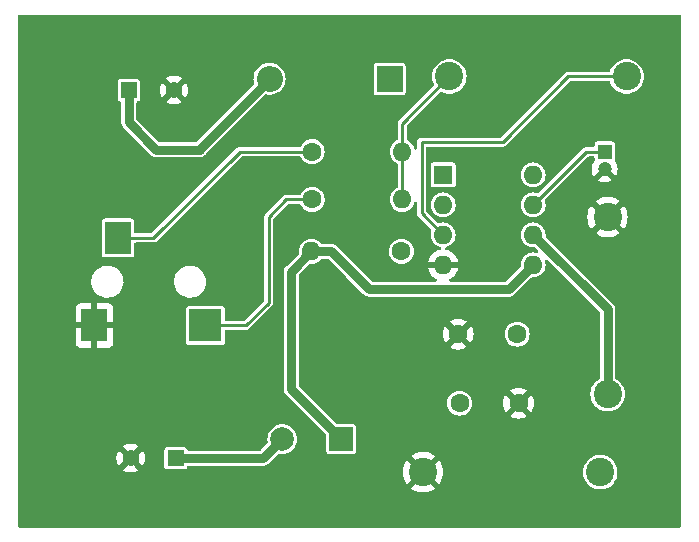
<source format=gbr>
%TF.GenerationSoftware,KiCad,Pcbnew,7.0.6*%
%TF.CreationDate,2023-11-28T22:22:28+05:30*%
%TF.ProjectId,LM386_Board,4c4d3338-365f-4426-9f61-72642e6b6963,v01*%
%TF.SameCoordinates,Original*%
%TF.FileFunction,Copper,L1,Top*%
%TF.FilePolarity,Positive*%
%FSLAX46Y46*%
G04 Gerber Fmt 4.6, Leading zero omitted, Abs format (unit mm)*
G04 Created by KiCad (PCBNEW 7.0.6) date 2023-11-28 22:22:28*
%MOMM*%
%LPD*%
G01*
G04 APERTURE LIST*
%TA.AperFunction,ComponentPad*%
%ADD10R,2.200000X2.200000*%
%TD*%
%TA.AperFunction,ComponentPad*%
%ADD11O,2.200000X2.200000*%
%TD*%
%TA.AperFunction,ComponentPad*%
%ADD12R,1.600000X1.600000*%
%TD*%
%TA.AperFunction,ComponentPad*%
%ADD13O,1.600000X1.600000*%
%TD*%
%TA.AperFunction,ComponentPad*%
%ADD14C,1.600000*%
%TD*%
%TA.AperFunction,ComponentPad*%
%ADD15R,1.400000X1.400000*%
%TD*%
%TA.AperFunction,ComponentPad*%
%ADD16C,1.400000*%
%TD*%
%TA.AperFunction,ComponentPad*%
%ADD17C,2.400000*%
%TD*%
%TA.AperFunction,SMDPad,CuDef*%
%ADD18R,2.200000X2.800000*%
%TD*%
%TA.AperFunction,SMDPad,CuDef*%
%ADD19R,2.800000X2.800000*%
%TD*%
%TA.AperFunction,ComponentPad*%
%ADD20R,1.200000X1.200000*%
%TD*%
%TA.AperFunction,ComponentPad*%
%ADD21C,1.200000*%
%TD*%
%TA.AperFunction,ComponentPad*%
%ADD22R,2.000000X2.000000*%
%TD*%
%TA.AperFunction,ComponentPad*%
%ADD23C,2.000000*%
%TD*%
%TA.AperFunction,Conductor*%
%ADD24C,0.762000*%
%TD*%
%TA.AperFunction,Conductor*%
%ADD25C,0.254000*%
%TD*%
G04 APERTURE END LIST*
D10*
%TO.P,D1,1,K*%
%TO.N,VCC*%
X158953200Y-88493600D03*
D11*
%TO.P,D1,2,A*%
%TO.N,Net-(D1-A)*%
X148793200Y-88493600D03*
%TD*%
D12*
%TO.P,U1,1,GAIN*%
%TO.N,unconnected-(U1-GAIN-Pad1)*%
X163484400Y-96631600D03*
D13*
%TO.P,U1,2,-*%
%TO.N,Net-(U1--)*%
X163484400Y-99171600D03*
%TO.P,U1,3,+*%
%TO.N,Net-(U1-+)*%
X163484400Y-101711600D03*
%TO.P,U1,4,GND*%
%TO.N,GND*%
X163484400Y-104251600D03*
%TO.P,U1,5*%
%TO.N,Net-(C3-Pad1)*%
X171104400Y-104251600D03*
%TO.P,U1,6,V+*%
%TO.N,VCC*%
X171104400Y-101711600D03*
%TO.P,U1,7,BYPASS*%
%TO.N,Net-(U1-BYPASS)*%
X171104400Y-99171600D03*
%TO.P,U1,8,GAIN*%
%TO.N,unconnected-(U1-GAIN-Pad8)*%
X171104400Y-96631600D03*
%TD*%
D14*
%TO.P,R1,1*%
%TO.N,Net-(J1-PadR)*%
X152400000Y-94654400D03*
D13*
%TO.P,R1,2*%
%TO.N,Net-(C6-Pad1)*%
X160020000Y-94654400D03*
%TD*%
D14*
%TO.P,R3,1*%
%TO.N,Net-(C4-Pad1)*%
X159961000Y-103102400D03*
D13*
%TO.P,R3,2*%
%TO.N,Net-(C3-Pad1)*%
X152341000Y-103102400D03*
%TD*%
D15*
%TO.P,J3,1,Pin_1*%
%TO.N,Net-(J3-Pin_1)*%
X140843000Y-120605000D03*
D16*
%TO.P,J3,2,Pin_2*%
%TO.N,GND*%
X137033000Y-120605000D03*
%TD*%
D17*
%TO.P,C5,1*%
%TO.N,Net-(U1--)*%
X176791000Y-121793000D03*
%TO.P,C5,2*%
%TO.N,GND*%
X161791000Y-121793000D03*
%TD*%
D14*
%TO.P,C4,1*%
%TO.N,Net-(C4-Pad1)*%
X164886000Y-115951000D03*
%TO.P,C4,2*%
%TO.N,GND*%
X169886000Y-115951000D03*
%TD*%
%TO.P,C7,1*%
%TO.N,GND*%
X164759000Y-110109000D03*
%TO.P,C7,2*%
%TO.N,Net-(U1-+)*%
X169759000Y-110109000D03*
%TD*%
D15*
%TO.P,J2,1,Pin_1*%
%TO.N,Net-(D1-A)*%
X136880600Y-89453000D03*
D16*
%TO.P,J2,2,Pin_2*%
%TO.N,GND*%
X140690600Y-89453000D03*
%TD*%
D18*
%TO.P,J1,R*%
%TO.N,Net-(J1-PadR)*%
X135966400Y-101964000D03*
%TO.P,J1,S*%
%TO.N,GND*%
X133966400Y-109364000D03*
D19*
%TO.P,J1,T*%
%TO.N,Net-(J1-PadT)*%
X143366400Y-109364000D03*
%TD*%
D20*
%TO.P,C2,1*%
%TO.N,Net-(U1-BYPASS)*%
X177165000Y-94654401D03*
D21*
%TO.P,C2,2*%
%TO.N,GND*%
X177165000Y-96154401D03*
%TD*%
D14*
%TO.P,R2,1*%
%TO.N,Net-(J1-PadT)*%
X152400000Y-98704400D03*
D13*
%TO.P,R2,2*%
%TO.N,Net-(C6-Pad1)*%
X160020000Y-98704400D03*
%TD*%
D22*
%TO.P,C3,1*%
%TO.N,Net-(C3-Pad1)*%
X154860000Y-118999000D03*
D23*
%TO.P,C3,2*%
%TO.N,Net-(J3-Pin_1)*%
X149860000Y-118999000D03*
%TD*%
D17*
%TO.P,C6,1*%
%TO.N,Net-(C6-Pad1)*%
X164019200Y-88290400D03*
%TO.P,C6,2*%
%TO.N,Net-(U1-+)*%
X179019200Y-88290400D03*
%TD*%
%TO.P,C1,1*%
%TO.N,GND*%
X177412000Y-100196000D03*
%TO.P,C1,2*%
%TO.N,VCC*%
X177412000Y-115196000D03*
%TD*%
D24*
%TO.N,VCC*%
X171104400Y-101711600D02*
X177412000Y-108019200D01*
X177412000Y-108019200D02*
X177412000Y-115196000D01*
D25*
%TO.N,Net-(U1-BYPASS)*%
X177165000Y-94654401D02*
X175621599Y-94654401D01*
X175621599Y-94654401D02*
X171104400Y-99171600D01*
D24*
%TO.N,Net-(C3-Pad1)*%
X152341000Y-103102400D02*
X154029400Y-103102400D01*
X169057000Y-106299000D02*
X171104400Y-104251600D01*
X150622000Y-114761000D02*
X150622000Y-104821400D01*
X150622000Y-104821400D02*
X152341000Y-103102400D01*
X154860000Y-118999000D02*
X150622000Y-114761000D01*
X157226000Y-106299000D02*
X169057000Y-106299000D01*
X154029400Y-103102400D02*
X157226000Y-106299000D01*
%TO.N,Net-(J3-Pin_1)*%
X140843000Y-120605000D02*
X148254000Y-120605000D01*
X148254000Y-120605000D02*
X149860000Y-118999000D01*
D25*
%TO.N,Net-(C6-Pad1)*%
X160020000Y-94654400D02*
X160020000Y-92289600D01*
X160020000Y-92289600D02*
X164019200Y-88290400D01*
X160020000Y-98704400D02*
X160020000Y-94654400D01*
%TO.N,Net-(U1-+)*%
X161671000Y-99898200D02*
X163484400Y-101711600D01*
X161671000Y-93853000D02*
X161671000Y-99898200D01*
X168529000Y-93853000D02*
X161671000Y-93853000D01*
X174091600Y-88290400D02*
X168529000Y-93853000D01*
X179019200Y-88290400D02*
X174091600Y-88290400D01*
D24*
%TO.N,Net-(D1-A)*%
X136880600Y-89453000D02*
X136880600Y-92176600D01*
X139192000Y-94488000D02*
X142875000Y-94488000D01*
X142875000Y-94488000D02*
X142875000Y-94411800D01*
X136880600Y-92176600D02*
X139192000Y-94488000D01*
X142875000Y-94411800D02*
X148793200Y-88493600D01*
D25*
%TO.N,Net-(J1-PadR)*%
X146264600Y-94654400D02*
X152400000Y-94654400D01*
X138955000Y-101964000D02*
X146264600Y-94654400D01*
X135966400Y-101964000D02*
X138955000Y-101964000D01*
%TO.N,Net-(J1-PadT)*%
X143366400Y-109364000D02*
X146795000Y-109364000D01*
X146795000Y-109364000D02*
X148717000Y-107442000D01*
X148717000Y-100203000D02*
X150215600Y-98704400D01*
X148717000Y-107442000D02*
X148717000Y-100203000D01*
X150215600Y-98704400D02*
X152400000Y-98704400D01*
%TD*%
%TA.AperFunction,Conductor*%
%TO.N,GND*%
G36*
X183583621Y-83078502D02*
G01*
X183630114Y-83132158D01*
X183641500Y-83184500D01*
X183641500Y-126365500D01*
X183621498Y-126433621D01*
X183567842Y-126480114D01*
X183515500Y-126491500D01*
X127634500Y-126491500D01*
X127566379Y-126471498D01*
X127519886Y-126417842D01*
X127508500Y-126365500D01*
X127508500Y-121611880D01*
X136379672Y-121611880D01*
X136495818Y-121683795D01*
X136495822Y-121683797D01*
X136703196Y-121764135D01*
X136921806Y-121805000D01*
X137144194Y-121805000D01*
X137208394Y-121792999D01*
X160086233Y-121792999D01*
X160105275Y-122047086D01*
X160161970Y-122295487D01*
X160161972Y-122295492D01*
X160255054Y-122532664D01*
X160255056Y-122532668D01*
X160382452Y-122753325D01*
X160424453Y-122805992D01*
X160424454Y-122805992D01*
X161228226Y-122002219D01*
X161266901Y-122095588D01*
X161363075Y-122220925D01*
X161488412Y-122317099D01*
X161581778Y-122355772D01*
X160777814Y-123159736D01*
X160777814Y-123159737D01*
X160938621Y-123269374D01*
X160938622Y-123269375D01*
X161168169Y-123379919D01*
X161168187Y-123379926D01*
X161411643Y-123455022D01*
X161411655Y-123455024D01*
X161663607Y-123493000D01*
X161918393Y-123493000D01*
X162170344Y-123455024D01*
X162170356Y-123455022D01*
X162413815Y-123379925D01*
X162413822Y-123379922D01*
X162643378Y-123269375D01*
X162643379Y-123269374D01*
X162804185Y-123159737D01*
X162000220Y-122355772D01*
X162093588Y-122317099D01*
X162218925Y-122220925D01*
X162315099Y-122095589D01*
X162353772Y-122002220D01*
X163157545Y-122805993D01*
X163157546Y-122805992D01*
X163199542Y-122753333D01*
X163199547Y-122753325D01*
X163326943Y-122532668D01*
X163326945Y-122532664D01*
X163420027Y-122295492D01*
X163420029Y-122295487D01*
X163476724Y-122047086D01*
X163495766Y-121793000D01*
X175331515Y-121793000D01*
X175351420Y-122033226D01*
X175351421Y-122033232D01*
X175410593Y-122266893D01*
X175410595Y-122266897D01*
X175507420Y-122487637D01*
X175639260Y-122689434D01*
X175802511Y-122866772D01*
X175802516Y-122866776D01*
X175802518Y-122866778D01*
X175992737Y-123014832D01*
X176204732Y-123129557D01*
X176432718Y-123207825D01*
X176670477Y-123247500D01*
X176670481Y-123247500D01*
X176911519Y-123247500D01*
X176911523Y-123247500D01*
X177149282Y-123207825D01*
X177377268Y-123129557D01*
X177589263Y-123014832D01*
X177779482Y-122866778D01*
X177942739Y-122689434D01*
X178074579Y-122487638D01*
X178171406Y-122266894D01*
X178214787Y-122095588D01*
X178230578Y-122033232D01*
X178230579Y-122033226D01*
X178230580Y-122033223D01*
X178250485Y-121793000D01*
X178230580Y-121552777D01*
X178230579Y-121552773D01*
X178230578Y-121552767D01*
X178171406Y-121319106D01*
X178171404Y-121319102D01*
X178158863Y-121290512D01*
X178074579Y-121098362D01*
X178068942Y-121089734D01*
X177942739Y-120896565D01*
X177779488Y-120719227D01*
X177589265Y-120571169D01*
X177561269Y-120556018D01*
X177377268Y-120456443D01*
X177377265Y-120456442D01*
X177377264Y-120456441D01*
X177149286Y-120378176D01*
X177149279Y-120378174D01*
X177047524Y-120361194D01*
X176911523Y-120338500D01*
X176670477Y-120338500D01*
X176551491Y-120358355D01*
X176432720Y-120378174D01*
X176432713Y-120378176D01*
X176204735Y-120456441D01*
X176204732Y-120456443D01*
X175992734Y-120571169D01*
X175802511Y-120719227D01*
X175639260Y-120896565D01*
X175507420Y-121098362D01*
X175410595Y-121319102D01*
X175410593Y-121319106D01*
X175351421Y-121552767D01*
X175351420Y-121552773D01*
X175331515Y-121793000D01*
X163495766Y-121793000D01*
X163495766Y-121792999D01*
X163476724Y-121538913D01*
X163420029Y-121290512D01*
X163420027Y-121290507D01*
X163326945Y-121053335D01*
X163326943Y-121053331D01*
X163199547Y-120832674D01*
X163199542Y-120832666D01*
X163157546Y-120780006D01*
X163157544Y-120780006D01*
X162353772Y-121583778D01*
X162315099Y-121490412D01*
X162218925Y-121365075D01*
X162093588Y-121268901D01*
X162000220Y-121230227D01*
X162804184Y-120426262D01*
X162804184Y-120426261D01*
X162643379Y-120316625D01*
X162643378Y-120316624D01*
X162413822Y-120206077D01*
X162413815Y-120206074D01*
X162170356Y-120130977D01*
X162170344Y-120130975D01*
X161918393Y-120093000D01*
X161663607Y-120093000D01*
X161411655Y-120130975D01*
X161411643Y-120130977D01*
X161168187Y-120206073D01*
X161168169Y-120206080D01*
X160938622Y-120316624D01*
X160938614Y-120316629D01*
X160777814Y-120426260D01*
X160777814Y-120426262D01*
X161581779Y-121230227D01*
X161488412Y-121268901D01*
X161363075Y-121365075D01*
X161266901Y-121490411D01*
X161228227Y-121583779D01*
X160424454Y-120780006D01*
X160424453Y-120780006D01*
X160382452Y-120832674D01*
X160255056Y-121053331D01*
X160255054Y-121053335D01*
X160161972Y-121290507D01*
X160161970Y-121290512D01*
X160105275Y-121538913D01*
X160086233Y-121792999D01*
X137208394Y-121792999D01*
X137362803Y-121764135D01*
X137570177Y-121683798D01*
X137686327Y-121611879D01*
X137404511Y-121330063D01*
X139888500Y-121330063D01*
X139888501Y-121330073D01*
X139903265Y-121404300D01*
X139959516Y-121488484D01*
X140043697Y-121544733D01*
X140043699Y-121544734D01*
X140117933Y-121559500D01*
X141568066Y-121559499D01*
X141568069Y-121559498D01*
X141568073Y-121559498D01*
X141617326Y-121549701D01*
X141642301Y-121544734D01*
X141726484Y-121488484D01*
X141782734Y-121404301D01*
X141795142Y-121341918D01*
X141828051Y-121279009D01*
X141889746Y-121243877D01*
X141918722Y-121240500D01*
X148169930Y-121240500D01*
X148185798Y-121242252D01*
X148185826Y-121241962D01*
X148193718Y-121242708D01*
X148193718Y-121242707D01*
X148193719Y-121242708D01*
X148263985Y-121240500D01*
X148293983Y-121240500D01*
X148300969Y-121239617D01*
X148306873Y-121239152D01*
X148354205Y-121237665D01*
X148373751Y-121231985D01*
X148393102Y-121227978D01*
X148413299Y-121225427D01*
X148457332Y-121207992D01*
X148462915Y-121206081D01*
X148508393Y-121192869D01*
X148525907Y-121182510D01*
X148543656Y-121173814D01*
X148562588Y-121166319D01*
X148600903Y-121138480D01*
X148605840Y-121135237D01*
X148646598Y-121111134D01*
X148660984Y-121096747D01*
X148676018Y-121083906D01*
X148692487Y-121071942D01*
X148722678Y-121035445D01*
X148726645Y-121031085D01*
X149493074Y-120264656D01*
X149555384Y-120230632D01*
X149614776Y-120232046D01*
X149641326Y-120239161D01*
X149860000Y-120258292D01*
X150078674Y-120239161D01*
X150290703Y-120182347D01*
X150489646Y-120089579D01*
X150669457Y-119963674D01*
X150824674Y-119808457D01*
X150950579Y-119628646D01*
X151043347Y-119429703D01*
X151100161Y-119217674D01*
X151119292Y-118999000D01*
X151100161Y-118780326D01*
X151043347Y-118568297D01*
X150950579Y-118369354D01*
X150824674Y-118189543D01*
X150669457Y-118034326D01*
X150489646Y-117908421D01*
X150489645Y-117908420D01*
X150290706Y-117815654D01*
X150290700Y-117815652D01*
X150201091Y-117791641D01*
X150078674Y-117758839D01*
X149860000Y-117739708D01*
X149641326Y-117758839D01*
X149429299Y-117815652D01*
X149429293Y-117815654D01*
X149230353Y-117908421D01*
X149050546Y-118034323D01*
X149050540Y-118034328D01*
X148895328Y-118189540D01*
X148895323Y-118189546D01*
X148769421Y-118369353D01*
X148676654Y-118568293D01*
X148676652Y-118568299D01*
X148619839Y-118780326D01*
X148600708Y-118999000D01*
X148619839Y-119217675D01*
X148626952Y-119244219D01*
X148625262Y-119315196D01*
X148594341Y-119365926D01*
X148027670Y-119932596D01*
X147965360Y-119966620D01*
X147938577Y-119969500D01*
X141918721Y-119969500D01*
X141850600Y-119949498D01*
X141804107Y-119895842D01*
X141795142Y-119868081D01*
X141790331Y-119843897D01*
X141782734Y-119805699D01*
X141726484Y-119721516D01*
X141726483Y-119721515D01*
X141642302Y-119665266D01*
X141568067Y-119650500D01*
X140117936Y-119650500D01*
X140117926Y-119650501D01*
X140043699Y-119665265D01*
X139959515Y-119721516D01*
X139903266Y-119805697D01*
X139888500Y-119879930D01*
X139888500Y-121330063D01*
X137404511Y-121330063D01*
X137033001Y-120958553D01*
X137033000Y-120958553D01*
X136379672Y-121611880D01*
X127508500Y-121611880D01*
X127508500Y-120605004D01*
X135827859Y-120605004D01*
X135848378Y-120826438D01*
X135848378Y-120826442D01*
X135909236Y-121040338D01*
X135909239Y-121040346D01*
X136008369Y-121239427D01*
X136024137Y-121260307D01*
X136024138Y-121260307D01*
X136650144Y-120634302D01*
X136679372Y-120634302D01*
X136708047Y-120747538D01*
X136771936Y-120845327D01*
X136864115Y-120917072D01*
X136974595Y-120955000D01*
X137062005Y-120955000D01*
X137148216Y-120940614D01*
X137250947Y-120885019D01*
X137330060Y-120799079D01*
X137376982Y-120692108D01*
X137384200Y-120605001D01*
X137386553Y-120605001D01*
X138041859Y-121260307D01*
X138041860Y-121260307D01*
X138057633Y-121239422D01*
X138156760Y-121040346D01*
X138156763Y-121040338D01*
X138217621Y-120826442D01*
X138217621Y-120826438D01*
X138238141Y-120605004D01*
X138238141Y-120604995D01*
X138217621Y-120383561D01*
X138217621Y-120383557D01*
X138156763Y-120169661D01*
X138156760Y-120169653D01*
X138057629Y-119970569D01*
X138041862Y-119949691D01*
X138041860Y-119949691D01*
X137386553Y-120604999D01*
X137386553Y-120605001D01*
X137384200Y-120605001D01*
X137386628Y-120575698D01*
X137357953Y-120462462D01*
X137294064Y-120364673D01*
X137201885Y-120292928D01*
X137091405Y-120255000D01*
X137003995Y-120255000D01*
X136917784Y-120269386D01*
X136815053Y-120324981D01*
X136735940Y-120410921D01*
X136689018Y-120517892D01*
X136679372Y-120634302D01*
X136650144Y-120634302D01*
X136679447Y-120604999D01*
X136024138Y-119949690D01*
X136008370Y-119970570D01*
X136008370Y-119970572D01*
X135909239Y-120169653D01*
X135909236Y-120169661D01*
X135848378Y-120383557D01*
X135848378Y-120383561D01*
X135827859Y-120604995D01*
X135827859Y-120605004D01*
X127508500Y-120605004D01*
X127508500Y-119598119D01*
X136379672Y-119598119D01*
X137032999Y-120251447D01*
X137033000Y-120251447D01*
X137686327Y-119598119D01*
X137570181Y-119526204D01*
X137570177Y-119526202D01*
X137362803Y-119445864D01*
X137144194Y-119405000D01*
X136921806Y-119405000D01*
X136703193Y-119445865D01*
X136495826Y-119526200D01*
X136495816Y-119526205D01*
X136379672Y-119598119D01*
X127508500Y-119598119D01*
X127508500Y-109614000D01*
X132366400Y-109614000D01*
X132366400Y-110811840D01*
X132372800Y-110871371D01*
X132423047Y-111006089D01*
X132509210Y-111121189D01*
X132624310Y-111207352D01*
X132759028Y-111257599D01*
X132818559Y-111263999D01*
X132818576Y-111264000D01*
X133716400Y-111264000D01*
X133716400Y-109614000D01*
X134216400Y-109614000D01*
X134216400Y-111264000D01*
X135114224Y-111264000D01*
X135114240Y-111263999D01*
X135173771Y-111257599D01*
X135308489Y-111207352D01*
X135423589Y-111121189D01*
X135509752Y-111006089D01*
X135559999Y-110871371D01*
X135566399Y-110811840D01*
X135566400Y-110811823D01*
X135566400Y-110789063D01*
X141711900Y-110789063D01*
X141711901Y-110789073D01*
X141726665Y-110863300D01*
X141782916Y-110947484D01*
X141867097Y-111003733D01*
X141867099Y-111003734D01*
X141941333Y-111018500D01*
X144791466Y-111018499D01*
X144791469Y-111018498D01*
X144791473Y-111018498D01*
X144840726Y-111008701D01*
X144865701Y-111003734D01*
X144949884Y-110947484D01*
X145006134Y-110863301D01*
X145020900Y-110789067D01*
X145020900Y-109871500D01*
X145040902Y-109803379D01*
X145094558Y-109756886D01*
X145146900Y-109745500D01*
X146742366Y-109745500D01*
X146768224Y-109748181D01*
X146779017Y-109750445D01*
X146814809Y-109745983D01*
X146822600Y-109745500D01*
X146826611Y-109745500D01*
X146850005Y-109741596D01*
X146857887Y-109740613D01*
X146905360Y-109734696D01*
X146905362Y-109734694D01*
X146913011Y-109732417D01*
X146920584Y-109729818D01*
X146920586Y-109729818D01*
X146969641Y-109703270D01*
X147019746Y-109678776D01*
X147019750Y-109678771D01*
X147026266Y-109674120D01*
X147032562Y-109669220D01*
X147070341Y-109628180D01*
X147470548Y-109227973D01*
X148949546Y-107748974D01*
X148969718Y-107732594D01*
X148978956Y-107726560D01*
X149001114Y-107698089D01*
X149006282Y-107692238D01*
X149009113Y-107689409D01*
X149022891Y-107670110D01*
X149057158Y-107626085D01*
X149057158Y-107626082D01*
X149060957Y-107619064D01*
X149064471Y-107611874D01*
X149064475Y-107611870D01*
X149068849Y-107597178D01*
X149080391Y-107558410D01*
X149098499Y-107505664D01*
X149099819Y-107497749D01*
X149100805Y-107489843D01*
X149098500Y-107434116D01*
X149098500Y-104801279D01*
X149981765Y-104801279D01*
X149986220Y-104848410D01*
X149986500Y-104854343D01*
X149986500Y-114676931D01*
X149984748Y-114692801D01*
X149985038Y-114692829D01*
X149984292Y-114700718D01*
X149984292Y-114700719D01*
X149986500Y-114770985D01*
X149986500Y-114800983D01*
X149986500Y-114800986D01*
X149986499Y-114800986D01*
X149987382Y-114807977D01*
X149987847Y-114813885D01*
X149989334Y-114861202D01*
X149989335Y-114861207D01*
X149995014Y-114880756D01*
X149999021Y-114900107D01*
X150001572Y-114920295D01*
X150001572Y-114920297D01*
X150018998Y-114964313D01*
X150020921Y-114969929D01*
X150034129Y-115015390D01*
X150034131Y-115015395D01*
X150044492Y-115032914D01*
X150053189Y-115050666D01*
X150060681Y-115069588D01*
X150088510Y-115107892D01*
X150091764Y-115112845D01*
X150100533Y-115127672D01*
X150115865Y-115153598D01*
X150130250Y-115167983D01*
X150143090Y-115183016D01*
X150155054Y-115199483D01*
X150155057Y-115199486D01*
X150191543Y-115229670D01*
X150195924Y-115233656D01*
X152777782Y-117815515D01*
X153568595Y-118606328D01*
X153602621Y-118668640D01*
X153605500Y-118695423D01*
X153605500Y-120024063D01*
X153605501Y-120024073D01*
X153620265Y-120098300D01*
X153676516Y-120182484D01*
X153760697Y-120238733D01*
X153760699Y-120238734D01*
X153834933Y-120253500D01*
X155885066Y-120253499D01*
X155885069Y-120253498D01*
X155885073Y-120253498D01*
X155934326Y-120243701D01*
X155959301Y-120238734D01*
X156043484Y-120182484D01*
X156099734Y-120098301D01*
X156114500Y-120024067D01*
X156114499Y-117973934D01*
X156114498Y-117973931D01*
X156114498Y-117973926D01*
X156099734Y-117899699D01*
X156043576Y-117815654D01*
X156043484Y-117815516D01*
X156043483Y-117815515D01*
X155959302Y-117759266D01*
X155885069Y-117744500D01*
X155885067Y-117744500D01*
X154556422Y-117744500D01*
X154488301Y-117724498D01*
X154467327Y-117707595D01*
X152710736Y-115951003D01*
X163826398Y-115951003D01*
X163846756Y-116157711D01*
X163907055Y-116356492D01*
X164004974Y-116539686D01*
X164136747Y-116700252D01*
X164297313Y-116832024D01*
X164297313Y-116832025D01*
X164297317Y-116832027D01*
X164480508Y-116929945D01*
X164679282Y-116990242D01*
X164679286Y-116990242D01*
X164679288Y-116990243D01*
X164885997Y-117010602D01*
X164886000Y-117010602D01*
X164886003Y-117010602D01*
X165092711Y-116990243D01*
X165092712Y-116990242D01*
X165092718Y-116990242D01*
X165291492Y-116929945D01*
X165474683Y-116832027D01*
X165474684Y-116832025D01*
X165474686Y-116832025D01*
X165474686Y-116832024D01*
X165635252Y-116700252D01*
X165767027Y-116539683D01*
X165864945Y-116356492D01*
X165925242Y-116157718D01*
X165945602Y-115951000D01*
X168581034Y-115951000D01*
X168600859Y-116177602D01*
X168659732Y-116397323D01*
X168659734Y-116397328D01*
X168755867Y-116603486D01*
X168806972Y-116676471D01*
X169488045Y-115995398D01*
X169500835Y-116076148D01*
X169558359Y-116189045D01*
X169647955Y-116278641D01*
X169760852Y-116336165D01*
X169841598Y-116348953D01*
X169160527Y-117030024D01*
X169160527Y-117030027D01*
X169233513Y-117081132D01*
X169439671Y-117177265D01*
X169439676Y-117177267D01*
X169659397Y-117236140D01*
X169886000Y-117255965D01*
X170112602Y-117236140D01*
X170332323Y-117177267D01*
X170332328Y-117177265D01*
X170538482Y-117081134D01*
X170611471Y-117030026D01*
X170611471Y-117030025D01*
X169930400Y-116348953D01*
X170011148Y-116336165D01*
X170124045Y-116278641D01*
X170213641Y-116189045D01*
X170271165Y-116076148D01*
X170283953Y-115995399D01*
X170965025Y-116676471D01*
X170965026Y-116676471D01*
X171016134Y-116603482D01*
X171112265Y-116397328D01*
X171112267Y-116397323D01*
X171171140Y-116177602D01*
X171190965Y-115950999D01*
X171171140Y-115724397D01*
X171112267Y-115504676D01*
X171112265Y-115504671D01*
X171016132Y-115298513D01*
X170965027Y-115225527D01*
X170965024Y-115225527D01*
X170283953Y-115906597D01*
X170271165Y-115825852D01*
X170213641Y-115712955D01*
X170124045Y-115623359D01*
X170011148Y-115565835D01*
X169930399Y-115553046D01*
X170611471Y-114871972D01*
X170611471Y-114871971D01*
X170538486Y-114820867D01*
X170332328Y-114724734D01*
X170332323Y-114724732D01*
X170112602Y-114665859D01*
X169886000Y-114646034D01*
X169659397Y-114665859D01*
X169439676Y-114724732D01*
X169439672Y-114724734D01*
X169233515Y-114820867D01*
X169160526Y-114871973D01*
X169841599Y-115553046D01*
X169760852Y-115565835D01*
X169647955Y-115623359D01*
X169558359Y-115712955D01*
X169500835Y-115825852D01*
X169488046Y-115906599D01*
X168806973Y-115225526D01*
X168755867Y-115298515D01*
X168659734Y-115504672D01*
X168659732Y-115504676D01*
X168600859Y-115724397D01*
X168581034Y-115951000D01*
X165945602Y-115951000D01*
X165925242Y-115744282D01*
X165864945Y-115545508D01*
X165767027Y-115362317D01*
X165767025Y-115362313D01*
X165635252Y-115201747D01*
X165474686Y-115069975D01*
X165474686Y-115069974D01*
X165291492Y-114972055D01*
X165120874Y-114920299D01*
X165092718Y-114911758D01*
X165092717Y-114911757D01*
X165092711Y-114911756D01*
X164886003Y-114891398D01*
X164885997Y-114891398D01*
X164679288Y-114911756D01*
X164480507Y-114972055D01*
X164297313Y-115069974D01*
X164297313Y-115069975D01*
X164136747Y-115201747D01*
X164004975Y-115362313D01*
X164004974Y-115362313D01*
X163907055Y-115545507D01*
X163846756Y-115744288D01*
X163826398Y-115950996D01*
X163826398Y-115951003D01*
X152710736Y-115951003D01*
X151294405Y-114534672D01*
X151260379Y-114472360D01*
X151257500Y-114445577D01*
X151257500Y-110109000D01*
X163454034Y-110109000D01*
X163473859Y-110335602D01*
X163532732Y-110555323D01*
X163532734Y-110555328D01*
X163628867Y-110761486D01*
X163679972Y-110834471D01*
X164361045Y-110153398D01*
X164373835Y-110234148D01*
X164431359Y-110347045D01*
X164520955Y-110436641D01*
X164633852Y-110494165D01*
X164714598Y-110506953D01*
X164033527Y-111188024D01*
X164033527Y-111188027D01*
X164106513Y-111239132D01*
X164312671Y-111335265D01*
X164312676Y-111335267D01*
X164532397Y-111394140D01*
X164758999Y-111413965D01*
X164985602Y-111394140D01*
X165205323Y-111335267D01*
X165205328Y-111335265D01*
X165411482Y-111239134D01*
X165484471Y-111188026D01*
X165484471Y-111188025D01*
X164803400Y-110506953D01*
X164884148Y-110494165D01*
X164997045Y-110436641D01*
X165086641Y-110347045D01*
X165144165Y-110234148D01*
X165156953Y-110153399D01*
X165838025Y-110834471D01*
X165838026Y-110834471D01*
X165889134Y-110761482D01*
X165985265Y-110555328D01*
X165985267Y-110555323D01*
X166044140Y-110335602D01*
X166063965Y-110109003D01*
X168699398Y-110109003D01*
X168719756Y-110315711D01*
X168780055Y-110514492D01*
X168877974Y-110697686D01*
X169009747Y-110858252D01*
X169170313Y-110990024D01*
X169170313Y-110990025D01*
X169170317Y-110990027D01*
X169353508Y-111087945D01*
X169552282Y-111148242D01*
X169552286Y-111148242D01*
X169552288Y-111148243D01*
X169758997Y-111168602D01*
X169759000Y-111168602D01*
X169759003Y-111168602D01*
X169965711Y-111148243D01*
X169965712Y-111148242D01*
X169965718Y-111148242D01*
X170164492Y-111087945D01*
X170347683Y-110990027D01*
X170347684Y-110990025D01*
X170347686Y-110990025D01*
X170347686Y-110990024D01*
X170508252Y-110858252D01*
X170640027Y-110697683D01*
X170737945Y-110514492D01*
X170798242Y-110315718D01*
X170818602Y-110109000D01*
X170798242Y-109902282D01*
X170737945Y-109703508D01*
X170640027Y-109520317D01*
X170640025Y-109520313D01*
X170508252Y-109359747D01*
X170347686Y-109227975D01*
X170347686Y-109227974D01*
X170164492Y-109130055D01*
X169965711Y-109069756D01*
X169759003Y-109049398D01*
X169758997Y-109049398D01*
X169552288Y-109069756D01*
X169353507Y-109130055D01*
X169170313Y-109227974D01*
X169170313Y-109227975D01*
X169009747Y-109359747D01*
X168877975Y-109520313D01*
X168877974Y-109520313D01*
X168780055Y-109703507D01*
X168719756Y-109902288D01*
X168699398Y-110108996D01*
X168699398Y-110109003D01*
X166063965Y-110109003D01*
X166063965Y-110108999D01*
X166044140Y-109882397D01*
X165985267Y-109662676D01*
X165985265Y-109662671D01*
X165889132Y-109456513D01*
X165838027Y-109383527D01*
X165838024Y-109383527D01*
X165156953Y-110064597D01*
X165144165Y-109983852D01*
X165086641Y-109870955D01*
X164997045Y-109781359D01*
X164884148Y-109723835D01*
X164803399Y-109711046D01*
X165484471Y-109029972D01*
X165484471Y-109029971D01*
X165411486Y-108978867D01*
X165205328Y-108882734D01*
X165205323Y-108882732D01*
X164985602Y-108823859D01*
X164759000Y-108804034D01*
X164532397Y-108823859D01*
X164312676Y-108882732D01*
X164312672Y-108882734D01*
X164106515Y-108978867D01*
X164033526Y-109029973D01*
X164714599Y-109711046D01*
X164633852Y-109723835D01*
X164520955Y-109781359D01*
X164431359Y-109870955D01*
X164373835Y-109983852D01*
X164361046Y-110064599D01*
X163679973Y-109383526D01*
X163628867Y-109456515D01*
X163532734Y-109662672D01*
X163532732Y-109662676D01*
X163473859Y-109882397D01*
X163454034Y-110109000D01*
X151257500Y-110109000D01*
X151257500Y-105136822D01*
X151277502Y-105068701D01*
X151294399Y-105047732D01*
X152152417Y-104189714D01*
X152214726Y-104155692D01*
X152253858Y-104153419D01*
X152303760Y-104158334D01*
X152340998Y-104162002D01*
X152341000Y-104162002D01*
X152341003Y-104162002D01*
X152547711Y-104141643D01*
X152547712Y-104141642D01*
X152547718Y-104141642D01*
X152746492Y-104081345D01*
X152929683Y-103983427D01*
X153090252Y-103851652D01*
X153145799Y-103783966D01*
X153204476Y-103743998D01*
X153243199Y-103737900D01*
X153713978Y-103737900D01*
X153782099Y-103757902D01*
X153803072Y-103774804D01*
X155279526Y-105251259D01*
X156717185Y-106688918D01*
X156727172Y-106701382D01*
X156727396Y-106701197D01*
X156732447Y-106707303D01*
X156783693Y-106755426D01*
X156804901Y-106776635D01*
X156810472Y-106780956D01*
X156814986Y-106784812D01*
X156849494Y-106817217D01*
X156849497Y-106817219D01*
X156849499Y-106817220D01*
X156867328Y-106827022D01*
X156883851Y-106837875D01*
X156899933Y-106850349D01*
X156940278Y-106867808D01*
X156943375Y-106869148D01*
X156948707Y-106871761D01*
X156990193Y-106894567D01*
X156990194Y-106894567D01*
X156990197Y-106894569D01*
X157009918Y-106899632D01*
X157028620Y-106906037D01*
X157047289Y-106914116D01*
X157047290Y-106914116D01*
X157047292Y-106914117D01*
X157077453Y-106918893D01*
X157094048Y-106921522D01*
X157099860Y-106922724D01*
X157145718Y-106934500D01*
X157166066Y-106934500D01*
X157185775Y-106936050D01*
X157205879Y-106939235D01*
X157240503Y-106935962D01*
X157253011Y-106934780D01*
X157258944Y-106934500D01*
X168972930Y-106934500D01*
X168988798Y-106936252D01*
X168988826Y-106935962D01*
X168996718Y-106936708D01*
X168996718Y-106936707D01*
X168996719Y-106936708D01*
X169066985Y-106934500D01*
X169096983Y-106934500D01*
X169103969Y-106933617D01*
X169109873Y-106933152D01*
X169157205Y-106931665D01*
X169176751Y-106925985D01*
X169196102Y-106921978D01*
X169216299Y-106919427D01*
X169260332Y-106901992D01*
X169265915Y-106900081D01*
X169311393Y-106886869D01*
X169328907Y-106876510D01*
X169346656Y-106867814D01*
X169365588Y-106860319D01*
X169403903Y-106832480D01*
X169408840Y-106829237D01*
X169449598Y-106805134D01*
X169463984Y-106790747D01*
X169479018Y-106777906D01*
X169495487Y-106765942D01*
X169525678Y-106729445D01*
X169529645Y-106725085D01*
X170915816Y-105338915D01*
X170978126Y-105304891D01*
X171017258Y-105302619D01*
X171067160Y-105307534D01*
X171104398Y-105311202D01*
X171104400Y-105311202D01*
X171104403Y-105311202D01*
X171311111Y-105290843D01*
X171311112Y-105290842D01*
X171311118Y-105290842D01*
X171509892Y-105230545D01*
X171693083Y-105132627D01*
X171693084Y-105132625D01*
X171693086Y-105132625D01*
X171693086Y-105132624D01*
X171853652Y-105000852D01*
X171985427Y-104840283D01*
X172083345Y-104657092D01*
X172143642Y-104458318D01*
X172144965Y-104444892D01*
X172164002Y-104251603D01*
X172164002Y-104251596D01*
X172143643Y-104044890D01*
X172143642Y-104044888D01*
X172143642Y-104044882D01*
X172117528Y-103958798D01*
X172116896Y-103887808D01*
X172154745Y-103827742D01*
X172219060Y-103797673D01*
X172289421Y-103807150D01*
X172327199Y-103833131D01*
X176739595Y-108245527D01*
X176773621Y-108307839D01*
X176776500Y-108334622D01*
X176776500Y-113811005D01*
X176756498Y-113879126D01*
X176710470Y-113921818D01*
X176613743Y-113974164D01*
X176613739Y-113974166D01*
X176613737Y-113974168D01*
X176499774Y-114062869D01*
X176423511Y-114122227D01*
X176260260Y-114299565D01*
X176128420Y-114501362D01*
X176031595Y-114722102D01*
X176031593Y-114722106D01*
X175972421Y-114955767D01*
X175972420Y-114955773D01*
X175952515Y-115196000D01*
X175972420Y-115436226D01*
X175972421Y-115436232D01*
X176031593Y-115669893D01*
X176031595Y-115669897D01*
X176128420Y-115890637D01*
X176260260Y-116092434D01*
X176423511Y-116269772D01*
X176423516Y-116269776D01*
X176423518Y-116269778D01*
X176468197Y-116304553D01*
X176587393Y-116397328D01*
X176613737Y-116417832D01*
X176825732Y-116532557D01*
X177053718Y-116610825D01*
X177291477Y-116650500D01*
X177291481Y-116650500D01*
X177532519Y-116650500D01*
X177532523Y-116650500D01*
X177770282Y-116610825D01*
X177998268Y-116532557D01*
X178210263Y-116417832D01*
X178400482Y-116269778D01*
X178563739Y-116092434D01*
X178695579Y-115890638D01*
X178792406Y-115669894D01*
X178834246Y-115504672D01*
X178851578Y-115436232D01*
X178851579Y-115436226D01*
X178851580Y-115436223D01*
X178871485Y-115196000D01*
X178851580Y-114955777D01*
X178851579Y-114955773D01*
X178851578Y-114955767D01*
X178792406Y-114722106D01*
X178792404Y-114722102D01*
X178779551Y-114692801D01*
X178695579Y-114501362D01*
X178659133Y-114445577D01*
X178563739Y-114299565D01*
X178400488Y-114122227D01*
X178400482Y-114122222D01*
X178210263Y-113974168D01*
X178210256Y-113974164D01*
X178113530Y-113921818D01*
X178063140Y-113871805D01*
X178047500Y-113811005D01*
X178047500Y-108103269D01*
X178049252Y-108087401D01*
X178048962Y-108087374D01*
X178049708Y-108079481D01*
X178047500Y-108009228D01*
X178047500Y-107979217D01*
X178047499Y-107979210D01*
X178046617Y-107972230D01*
X178046150Y-107966316D01*
X178044664Y-107918995D01*
X178038987Y-107899454D01*
X178034978Y-107880097D01*
X178032427Y-107859901D01*
X178014994Y-107815871D01*
X178013075Y-107810267D01*
X177999868Y-107764807D01*
X177989505Y-107747285D01*
X177980810Y-107729534D01*
X177973320Y-107710614D01*
X177973320Y-107710613D01*
X177964227Y-107698098D01*
X177945480Y-107672295D01*
X177942231Y-107667348D01*
X177918134Y-107626601D01*
X177918132Y-107626598D01*
X177903746Y-107612212D01*
X177890905Y-107597178D01*
X177878942Y-107580713D01*
X177878941Y-107580712D01*
X177851982Y-107558410D01*
X177842452Y-107550526D01*
X177838079Y-107546546D01*
X172191716Y-101900184D01*
X172157691Y-101837872D01*
X172155419Y-101798738D01*
X172156977Y-101782926D01*
X172164002Y-101711600D01*
X172151287Y-101582500D01*
X172143643Y-101504888D01*
X172143642Y-101504886D01*
X172143642Y-101504882D01*
X172083345Y-101306108D01*
X171985427Y-101122917D01*
X171985425Y-101122913D01*
X171853652Y-100962347D01*
X171693086Y-100830575D01*
X171693086Y-100830574D01*
X171509892Y-100732655D01*
X171311111Y-100672356D01*
X171104403Y-100651998D01*
X171104397Y-100651998D01*
X170897688Y-100672356D01*
X170698907Y-100732655D01*
X170515713Y-100830574D01*
X170515713Y-100830575D01*
X170355147Y-100962347D01*
X170223375Y-101122913D01*
X170223374Y-101122913D01*
X170125455Y-101306107D01*
X170065156Y-101504888D01*
X170044798Y-101711596D01*
X170044798Y-101711603D01*
X170065156Y-101918311D01*
X170125455Y-102117092D01*
X170223374Y-102300286D01*
X170355147Y-102460852D01*
X170515713Y-102592624D01*
X170515713Y-102592625D01*
X170515717Y-102592627D01*
X170698908Y-102690545D01*
X170897682Y-102750842D01*
X170897686Y-102750842D01*
X170897688Y-102750843D01*
X171104397Y-102771202D01*
X171104400Y-102771202D01*
X171104401Y-102771202D01*
X171123019Y-102769368D01*
X171191540Y-102762619D01*
X171261292Y-102775847D01*
X171292985Y-102798917D01*
X171522868Y-103028800D01*
X171556894Y-103091112D01*
X171551829Y-103161927D01*
X171509282Y-103218763D01*
X171442762Y-103243574D01*
X171397198Y-103238470D01*
X171311118Y-103212358D01*
X171311117Y-103212357D01*
X171311111Y-103212356D01*
X171104403Y-103191998D01*
X171104397Y-103191998D01*
X170897688Y-103212356D01*
X170698907Y-103272655D01*
X170515713Y-103370574D01*
X170515713Y-103370575D01*
X170355147Y-103502347D01*
X170223375Y-103662913D01*
X170223374Y-103662913D01*
X170125455Y-103846107D01*
X170065156Y-104044888D01*
X170044798Y-104251596D01*
X170044798Y-104251604D01*
X170053379Y-104338740D01*
X170040150Y-104408493D01*
X170017081Y-104440184D01*
X168830670Y-105626596D01*
X168768360Y-105660620D01*
X168741577Y-105663500D01*
X164100984Y-105663500D01*
X164032863Y-105643498D01*
X163986370Y-105589842D01*
X163976266Y-105519568D01*
X164005760Y-105454988D01*
X164047734Y-105423305D01*
X164136883Y-105381733D01*
X164323212Y-105251264D01*
X164323218Y-105251259D01*
X164484059Y-105090418D01*
X164484064Y-105090412D01*
X164614533Y-104904083D01*
X164710665Y-104697928D01*
X164710667Y-104697922D01*
X164763272Y-104501600D01*
X163800086Y-104501600D01*
X163812041Y-104489645D01*
X163869565Y-104376748D01*
X163889386Y-104251600D01*
X163869565Y-104126452D01*
X163812041Y-104013555D01*
X163800086Y-104001600D01*
X164763272Y-104001600D01*
X164710667Y-103805277D01*
X164710665Y-103805271D01*
X164614533Y-103599116D01*
X164484064Y-103412787D01*
X164484059Y-103412781D01*
X164323218Y-103251940D01*
X164323212Y-103251935D01*
X164136883Y-103121466D01*
X163930728Y-103025334D01*
X163930723Y-103025332D01*
X163749222Y-102976700D01*
X163688599Y-102939748D01*
X163657578Y-102875888D01*
X163666006Y-102805393D01*
X163711209Y-102750646D01*
X163745252Y-102734420D01*
X163889892Y-102690545D01*
X164073083Y-102592627D01*
X164073084Y-102592625D01*
X164073086Y-102592625D01*
X164073086Y-102592624D01*
X164233652Y-102460852D01*
X164365427Y-102300283D01*
X164463345Y-102117092D01*
X164523642Y-101918318D01*
X164529579Y-101858045D01*
X164544002Y-101711603D01*
X164544002Y-101711596D01*
X164523643Y-101504888D01*
X164523642Y-101504886D01*
X164523642Y-101504882D01*
X164463345Y-101306108D01*
X164365427Y-101122917D01*
X164365425Y-101122913D01*
X164233652Y-100962347D01*
X164073086Y-100830575D01*
X164073086Y-100830574D01*
X163889892Y-100732655D01*
X163691111Y-100672356D01*
X163484403Y-100651998D01*
X163484397Y-100651998D01*
X163277688Y-100672356D01*
X163125143Y-100718630D01*
X163054149Y-100719263D01*
X162999473Y-100687150D01*
X162089405Y-99777082D01*
X162055379Y-99714770D01*
X162052500Y-99687987D01*
X162052500Y-99171603D01*
X162424798Y-99171603D01*
X162445156Y-99378311D01*
X162505455Y-99577092D01*
X162603374Y-99760286D01*
X162735147Y-99920852D01*
X162895713Y-100052624D01*
X162895713Y-100052625D01*
X162895717Y-100052627D01*
X163078908Y-100150545D01*
X163277682Y-100210842D01*
X163277686Y-100210842D01*
X163277688Y-100210843D01*
X163484397Y-100231202D01*
X163484400Y-100231202D01*
X163484403Y-100231202D01*
X163691111Y-100210843D01*
X163691112Y-100210842D01*
X163691118Y-100210842D01*
X163889892Y-100150545D01*
X164073083Y-100052627D01*
X164073084Y-100052625D01*
X164073086Y-100052625D01*
X164073086Y-100052624D01*
X164233652Y-99920852D01*
X164365427Y-99760283D01*
X164463345Y-99577092D01*
X164523642Y-99378318D01*
X164537692Y-99235674D01*
X164544002Y-99171603D01*
X170044798Y-99171603D01*
X170065156Y-99378311D01*
X170125455Y-99577092D01*
X170223374Y-99760286D01*
X170355147Y-99920852D01*
X170515713Y-100052624D01*
X170515713Y-100052625D01*
X170515717Y-100052627D01*
X170698908Y-100150545D01*
X170897682Y-100210842D01*
X170897686Y-100210842D01*
X170897688Y-100210843D01*
X171104397Y-100231202D01*
X171104400Y-100231202D01*
X171104403Y-100231202D01*
X171311111Y-100210843D01*
X171311112Y-100210842D01*
X171311118Y-100210842D01*
X171360046Y-100196000D01*
X175707233Y-100196000D01*
X175726275Y-100450086D01*
X175782970Y-100698487D01*
X175782972Y-100698492D01*
X175876054Y-100935664D01*
X175876056Y-100935668D01*
X176003452Y-101156325D01*
X176045453Y-101208992D01*
X176045454Y-101208992D01*
X176849226Y-100405219D01*
X176887901Y-100498588D01*
X176984075Y-100623925D01*
X177109412Y-100720099D01*
X177202778Y-100758772D01*
X176398814Y-101562736D01*
X176398814Y-101562737D01*
X176559621Y-101672374D01*
X176559622Y-101672375D01*
X176789169Y-101782919D01*
X176789187Y-101782926D01*
X177032643Y-101858022D01*
X177032655Y-101858024D01*
X177284607Y-101896000D01*
X177539393Y-101896000D01*
X177791344Y-101858024D01*
X177791356Y-101858022D01*
X178034815Y-101782925D01*
X178034822Y-101782922D01*
X178264378Y-101672375D01*
X178264379Y-101672374D01*
X178425185Y-101562737D01*
X177621220Y-100758772D01*
X177714588Y-100720099D01*
X177839925Y-100623925D01*
X177936099Y-100498589D01*
X177974772Y-100405220D01*
X178778545Y-101208993D01*
X178778546Y-101208992D01*
X178820542Y-101156333D01*
X178820547Y-101156325D01*
X178947943Y-100935668D01*
X178947945Y-100935664D01*
X179041027Y-100698492D01*
X179041029Y-100698487D01*
X179097724Y-100450086D01*
X179116766Y-100196000D01*
X179097724Y-99941913D01*
X179041029Y-99693512D01*
X179041027Y-99693507D01*
X178947945Y-99456335D01*
X178947943Y-99456331D01*
X178820547Y-99235674D01*
X178820542Y-99235666D01*
X178778546Y-99183006D01*
X178778544Y-99183006D01*
X177974772Y-99986778D01*
X177936099Y-99893412D01*
X177839925Y-99768075D01*
X177714588Y-99671901D01*
X177621220Y-99633227D01*
X178425184Y-98829262D01*
X178425184Y-98829261D01*
X178264379Y-98719625D01*
X178264378Y-98719624D01*
X178034822Y-98609077D01*
X178034815Y-98609074D01*
X177791356Y-98533977D01*
X177791344Y-98533975D01*
X177539393Y-98496000D01*
X177284607Y-98496000D01*
X177032655Y-98533975D01*
X177032643Y-98533977D01*
X176789187Y-98609073D01*
X176789169Y-98609080D01*
X176559622Y-98719624D01*
X176559614Y-98719629D01*
X176398814Y-98829260D01*
X176398814Y-98829262D01*
X177202779Y-99633227D01*
X177109412Y-99671901D01*
X176984075Y-99768075D01*
X176887901Y-99893411D01*
X176849227Y-99986779D01*
X176045454Y-99183006D01*
X176045453Y-99183006D01*
X176003452Y-99235674D01*
X175876056Y-99456331D01*
X175876054Y-99456335D01*
X175782972Y-99693507D01*
X175782970Y-99693512D01*
X175726275Y-99941913D01*
X175707233Y-100196000D01*
X171360046Y-100196000D01*
X171509892Y-100150545D01*
X171693083Y-100052627D01*
X171693084Y-100052625D01*
X171693086Y-100052625D01*
X171693086Y-100052624D01*
X171853652Y-99920852D01*
X171985427Y-99760283D01*
X172083345Y-99577092D01*
X172143642Y-99378318D01*
X172157692Y-99235674D01*
X172164002Y-99171603D01*
X172164002Y-99171596D01*
X172143643Y-98964890D01*
X172143642Y-98964888D01*
X172143642Y-98964882D01*
X172097368Y-98812339D01*
X172096736Y-98741348D01*
X172128847Y-98686673D01*
X173726879Y-97088642D01*
X176584310Y-97088642D01*
X176672578Y-97143295D01*
X176672587Y-97143299D01*
X176862679Y-97216941D01*
X177063072Y-97254401D01*
X177266928Y-97254401D01*
X177467320Y-97216941D01*
X177657414Y-97143298D01*
X177657418Y-97143296D01*
X177745688Y-97088641D01*
X177165001Y-96507954D01*
X177165000Y-96507954D01*
X176584310Y-97088642D01*
X173726879Y-97088642D01*
X175742716Y-95072806D01*
X175805029Y-95038780D01*
X175831812Y-95035901D01*
X176184501Y-95035901D01*
X176252622Y-95055903D01*
X176299115Y-95109559D01*
X176310501Y-95161901D01*
X176310501Y-95279473D01*
X176327687Y-95365874D01*
X176323539Y-95366698D01*
X176328629Y-95414123D01*
X176305186Y-95467658D01*
X176225754Y-95572843D01*
X176134886Y-95755333D01*
X176134883Y-95755341D01*
X176079096Y-95951412D01*
X176060287Y-96154396D01*
X176060287Y-96154405D01*
X176079096Y-96357389D01*
X176134883Y-96553460D01*
X176134888Y-96553472D01*
X176225750Y-96735951D01*
X176225757Y-96735962D01*
X176227533Y-96738314D01*
X176869654Y-96096193D01*
X176861105Y-96126241D01*
X176871454Y-96237922D01*
X176921448Y-96338323D01*
X177004334Y-96413885D01*
X177108920Y-96454401D01*
X177192802Y-96454401D01*
X177275250Y-96438989D01*
X177370610Y-96379944D01*
X177438201Y-96290439D01*
X177468895Y-96182561D01*
X177460947Y-96096795D01*
X178102465Y-96738313D01*
X178102466Y-96738313D01*
X178104244Y-96735959D01*
X178195113Y-96553468D01*
X178195116Y-96553460D01*
X178250903Y-96357389D01*
X178269713Y-96154405D01*
X178269713Y-96154396D01*
X178250903Y-95951412D01*
X178195116Y-95755341D01*
X178195113Y-95755333D01*
X178104244Y-95572843D01*
X178024814Y-95467660D01*
X177999724Y-95401245D01*
X178005297Y-95366468D01*
X178002313Y-95365875D01*
X178019499Y-95279473D01*
X178019500Y-95279468D01*
X178019499Y-94029335D01*
X178019498Y-94029331D01*
X178019498Y-94029327D01*
X178004734Y-93955100D01*
X177958113Y-93885328D01*
X177948484Y-93870917D01*
X177948483Y-93870916D01*
X177864302Y-93814667D01*
X177790067Y-93799901D01*
X176539936Y-93799901D01*
X176539926Y-93799902D01*
X176465699Y-93814666D01*
X176381515Y-93870917D01*
X176325266Y-93955098D01*
X176310500Y-94029331D01*
X176310500Y-94146901D01*
X176290498Y-94215022D01*
X176236842Y-94261515D01*
X176184500Y-94272901D01*
X175674233Y-94272901D01*
X175648374Y-94270219D01*
X175648369Y-94270218D01*
X175647065Y-94269944D01*
X175637580Y-94267955D01*
X175614074Y-94270886D01*
X175601789Y-94272417D01*
X175593999Y-94272901D01*
X175589988Y-94272901D01*
X175566594Y-94276804D01*
X175561572Y-94277430D01*
X175511237Y-94283704D01*
X175503599Y-94285978D01*
X175496014Y-94288582D01*
X175446957Y-94315130D01*
X175396855Y-94339623D01*
X175390342Y-94344273D01*
X175384036Y-94349181D01*
X175346256Y-94390221D01*
X171589326Y-98147149D01*
X171527014Y-98181175D01*
X171463656Y-98178629D01*
X171311111Y-98132356D01*
X171104403Y-98111998D01*
X171104397Y-98111998D01*
X170897688Y-98132356D01*
X170698907Y-98192655D01*
X170515713Y-98290574D01*
X170515713Y-98290575D01*
X170355147Y-98422347D01*
X170223375Y-98582913D01*
X170223374Y-98582913D01*
X170125455Y-98766107D01*
X170065156Y-98964888D01*
X170044798Y-99171596D01*
X170044798Y-99171603D01*
X164544002Y-99171603D01*
X164544002Y-99171596D01*
X164523643Y-98964888D01*
X164523642Y-98964886D01*
X164523642Y-98964882D01*
X164463345Y-98766108D01*
X164387822Y-98624816D01*
X164365425Y-98582913D01*
X164233652Y-98422347D01*
X164073086Y-98290575D01*
X164073086Y-98290574D01*
X163889892Y-98192655D01*
X163843654Y-98178629D01*
X163691118Y-98132358D01*
X163691117Y-98132357D01*
X163691111Y-98132356D01*
X163484403Y-98111998D01*
X163484397Y-98111998D01*
X163277688Y-98132356D01*
X163078907Y-98192655D01*
X162895713Y-98290574D01*
X162895713Y-98290575D01*
X162735147Y-98422347D01*
X162603375Y-98582913D01*
X162603374Y-98582913D01*
X162505455Y-98766107D01*
X162445156Y-98964888D01*
X162424798Y-99171596D01*
X162424798Y-99171603D01*
X162052500Y-99171603D01*
X162052500Y-97456663D01*
X162429900Y-97456663D01*
X162429901Y-97456673D01*
X162444665Y-97530900D01*
X162500916Y-97615084D01*
X162585097Y-97671333D01*
X162585099Y-97671334D01*
X162659333Y-97686100D01*
X164309466Y-97686099D01*
X164309469Y-97686098D01*
X164309473Y-97686098D01*
X164358726Y-97676301D01*
X164383701Y-97671334D01*
X164467884Y-97615084D01*
X164524134Y-97530901D01*
X164538900Y-97456667D01*
X164538900Y-96631603D01*
X170044798Y-96631603D01*
X170065156Y-96838311D01*
X170125455Y-97037092D01*
X170223374Y-97220286D01*
X170355147Y-97380852D01*
X170515713Y-97512624D01*
X170515713Y-97512625D01*
X170515717Y-97512627D01*
X170698908Y-97610545D01*
X170897682Y-97670842D01*
X170897686Y-97670842D01*
X170897688Y-97670843D01*
X171104397Y-97691202D01*
X171104400Y-97691202D01*
X171104403Y-97691202D01*
X171311111Y-97670843D01*
X171311112Y-97670842D01*
X171311118Y-97670842D01*
X171509892Y-97610545D01*
X171693083Y-97512627D01*
X171693084Y-97512625D01*
X171693086Y-97512625D01*
X171693086Y-97512624D01*
X171853652Y-97380852D01*
X171985427Y-97220283D01*
X172083345Y-97037092D01*
X172143642Y-96838318D01*
X172153724Y-96735962D01*
X172164002Y-96631603D01*
X172164002Y-96631596D01*
X172143643Y-96424888D01*
X172143642Y-96424886D01*
X172143642Y-96424882D01*
X172083345Y-96226108D01*
X171985427Y-96042917D01*
X171985425Y-96042913D01*
X171853652Y-95882347D01*
X171693086Y-95750575D01*
X171693086Y-95750574D01*
X171509892Y-95652655D01*
X171494929Y-95648116D01*
X171311118Y-95592358D01*
X171311117Y-95592357D01*
X171311111Y-95592356D01*
X171104403Y-95571998D01*
X171104397Y-95571998D01*
X170897688Y-95592356D01*
X170698907Y-95652655D01*
X170515713Y-95750574D01*
X170515713Y-95750575D01*
X170355147Y-95882347D01*
X170223375Y-96042913D01*
X170223374Y-96042913D01*
X170125455Y-96226107D01*
X170065156Y-96424888D01*
X170044798Y-96631596D01*
X170044798Y-96631603D01*
X164538900Y-96631603D01*
X164538899Y-95806534D01*
X164538898Y-95806530D01*
X164538898Y-95806526D01*
X164524134Y-95732299D01*
X164524133Y-95732297D01*
X164467884Y-95648116D01*
X164456669Y-95640622D01*
X164383702Y-95591866D01*
X164309467Y-95577100D01*
X162659336Y-95577100D01*
X162659326Y-95577101D01*
X162585099Y-95591865D01*
X162500915Y-95648116D01*
X162444666Y-95732297D01*
X162429900Y-95806530D01*
X162429900Y-97456663D01*
X162052500Y-97456663D01*
X162052500Y-94360500D01*
X162072502Y-94292379D01*
X162126158Y-94245886D01*
X162178500Y-94234500D01*
X168476366Y-94234500D01*
X168502224Y-94237181D01*
X168513017Y-94239445D01*
X168548809Y-94234983D01*
X168556600Y-94234500D01*
X168560611Y-94234500D01*
X168584005Y-94230596D01*
X168591887Y-94229613D01*
X168639360Y-94223696D01*
X168639362Y-94223694D01*
X168647011Y-94221417D01*
X168654584Y-94218818D01*
X168654586Y-94218818D01*
X168703641Y-94192270D01*
X168753746Y-94167776D01*
X168753750Y-94167771D01*
X168760266Y-94163120D01*
X168766562Y-94158220D01*
X168804341Y-94117180D01*
X174212717Y-88708805D01*
X174275029Y-88674779D01*
X174301812Y-88671900D01*
X177517327Y-88671900D01*
X177585448Y-88691902D01*
X177631941Y-88745558D01*
X177636829Y-88759458D01*
X177637102Y-88759365D01*
X177638793Y-88764290D01*
X177638793Y-88764292D01*
X177638796Y-88764299D01*
X177735620Y-88985037D01*
X177867460Y-89186834D01*
X178030711Y-89364172D01*
X178030716Y-89364176D01*
X178030718Y-89364178D01*
X178107189Y-89423698D01*
X178196930Y-89493547D01*
X178220937Y-89512232D01*
X178432932Y-89626957D01*
X178660918Y-89705225D01*
X178898677Y-89744900D01*
X178898681Y-89744900D01*
X179139719Y-89744900D01*
X179139723Y-89744900D01*
X179377482Y-89705225D01*
X179605468Y-89626957D01*
X179817463Y-89512232D01*
X180007682Y-89364178D01*
X180040615Y-89328404D01*
X180170939Y-89186834D01*
X180200931Y-89140928D01*
X180302779Y-88985038D01*
X180399606Y-88764294D01*
X180458780Y-88530623D01*
X180478685Y-88290400D01*
X180458780Y-88050177D01*
X180458779Y-88050173D01*
X180458778Y-88050167D01*
X180399606Y-87816506D01*
X180399604Y-87816502D01*
X180302779Y-87595762D01*
X180170939Y-87393965D01*
X180007688Y-87216627D01*
X179999321Y-87210115D01*
X179927052Y-87153865D01*
X179817465Y-87068569D01*
X179789469Y-87053418D01*
X179605468Y-86953843D01*
X179605465Y-86953842D01*
X179605464Y-86953841D01*
X179377486Y-86875576D01*
X179377479Y-86875574D01*
X179275724Y-86858594D01*
X179139723Y-86835900D01*
X178898677Y-86835900D01*
X178779691Y-86855755D01*
X178660920Y-86875574D01*
X178660913Y-86875576D01*
X178432935Y-86953841D01*
X178432932Y-86953843D01*
X178220934Y-87068569D01*
X178030711Y-87216627D01*
X177867460Y-87393965D01*
X177735620Y-87595762D01*
X177638796Y-87816500D01*
X177637102Y-87821435D01*
X177635335Y-87820828D01*
X177603366Y-87874951D01*
X177539941Y-87906854D01*
X177517327Y-87908900D01*
X174144234Y-87908900D01*
X174118375Y-87906218D01*
X174107581Y-87903954D01*
X174085387Y-87906721D01*
X174071788Y-87908416D01*
X174064000Y-87908900D01*
X174059985Y-87908900D01*
X174041274Y-87912022D01*
X174036596Y-87912803D01*
X174031574Y-87913429D01*
X173981237Y-87919703D01*
X173973585Y-87921981D01*
X173966015Y-87924580D01*
X173916962Y-87951127D01*
X173866856Y-87975622D01*
X173860343Y-87980272D01*
X173854037Y-87985180D01*
X173816257Y-88026220D01*
X168407882Y-93434595D01*
X168345570Y-93468621D01*
X168318787Y-93471500D01*
X161689390Y-93471500D01*
X161684185Y-93471285D01*
X161665057Y-93469700D01*
X161639060Y-93467546D01*
X161639059Y-93467546D01*
X161595155Y-93478663D01*
X161590065Y-93479730D01*
X161573772Y-93482449D01*
X161545417Y-93487181D01*
X161545407Y-93487184D01*
X161545043Y-93487382D01*
X161516044Y-93498697D01*
X161515636Y-93498800D01*
X161477726Y-93523566D01*
X161473254Y-93526231D01*
X161433438Y-93547779D01*
X161433433Y-93547783D01*
X161433152Y-93548089D01*
X161409398Y-93568207D01*
X161409051Y-93568433D01*
X161409044Y-93568440D01*
X161381232Y-93604171D01*
X161377868Y-93608144D01*
X161347203Y-93641456D01*
X161347039Y-93641831D01*
X161331096Y-93668588D01*
X161330845Y-93668910D01*
X161330839Y-93668920D01*
X161316142Y-93711732D01*
X161314249Y-93716584D01*
X161296059Y-93758053D01*
X161296057Y-93758058D01*
X161296024Y-93758468D01*
X161289635Y-93788944D01*
X161289500Y-93789335D01*
X161289500Y-93834609D01*
X161289285Y-93839814D01*
X161285546Y-93884941D01*
X161285644Y-93885328D01*
X161289500Y-93916259D01*
X161289500Y-94357318D01*
X161269498Y-94425439D01*
X161215842Y-94471932D01*
X161145568Y-94482036D01*
X161080988Y-94452542D01*
X161042925Y-94393893D01*
X160998945Y-94248908D01*
X160901027Y-94065717D01*
X160901025Y-94065713D01*
X160769252Y-93905147D01*
X160608688Y-93773376D01*
X160608684Y-93773373D01*
X160608683Y-93773373D01*
X160468103Y-93698231D01*
X160417455Y-93648478D01*
X160401500Y-93587109D01*
X160401500Y-92499811D01*
X160421502Y-92431690D01*
X160438400Y-92410721D01*
X163229740Y-89619381D01*
X163292050Y-89585357D01*
X163362865Y-89590422D01*
X163378801Y-89597664D01*
X163417624Y-89618673D01*
X163432932Y-89626957D01*
X163660918Y-89705225D01*
X163898677Y-89744900D01*
X163898681Y-89744900D01*
X164139719Y-89744900D01*
X164139723Y-89744900D01*
X164377482Y-89705225D01*
X164605468Y-89626957D01*
X164817463Y-89512232D01*
X165007682Y-89364178D01*
X165040615Y-89328404D01*
X165170939Y-89186834D01*
X165200931Y-89140928D01*
X165302779Y-88985038D01*
X165399606Y-88764294D01*
X165458780Y-88530623D01*
X165478685Y-88290400D01*
X165458780Y-88050177D01*
X165458779Y-88050173D01*
X165458778Y-88050167D01*
X165399606Y-87816506D01*
X165399604Y-87816502D01*
X165302779Y-87595762D01*
X165170939Y-87393965D01*
X165007688Y-87216627D01*
X164999321Y-87210115D01*
X164927052Y-87153865D01*
X164817465Y-87068569D01*
X164789469Y-87053418D01*
X164605468Y-86953843D01*
X164605465Y-86953842D01*
X164605464Y-86953841D01*
X164377486Y-86875576D01*
X164377479Y-86875574D01*
X164275724Y-86858594D01*
X164139723Y-86835900D01*
X163898677Y-86835900D01*
X163779691Y-86855755D01*
X163660920Y-86875574D01*
X163660913Y-86875576D01*
X163432935Y-86953841D01*
X163432932Y-86953843D01*
X163220934Y-87068569D01*
X163030711Y-87216627D01*
X162867460Y-87393965D01*
X162735620Y-87595762D01*
X162638795Y-87816502D01*
X162638793Y-87816506D01*
X162579621Y-88050167D01*
X162579620Y-88050173D01*
X162559715Y-88290399D01*
X162579620Y-88530626D01*
X162579621Y-88530632D01*
X162638793Y-88764292D01*
X162716108Y-88940553D01*
X162725154Y-89010971D01*
X162694693Y-89075101D01*
X162689815Y-89080261D01*
X159787455Y-91982620D01*
X159767282Y-91999004D01*
X159758041Y-92005041D01*
X159735896Y-92033493D01*
X159730736Y-92039338D01*
X159727892Y-92042183D01*
X159714099Y-92061500D01*
X159679840Y-92105516D01*
X159676030Y-92112558D01*
X159672524Y-92119729D01*
X159656610Y-92173186D01*
X159638499Y-92225939D01*
X159637184Y-92233818D01*
X159636194Y-92241760D01*
X159638500Y-92297484D01*
X159638499Y-93587110D01*
X159618497Y-93655231D01*
X159571895Y-93698232D01*
X159431313Y-93773374D01*
X159431313Y-93773375D01*
X159270747Y-93905147D01*
X159138975Y-94065713D01*
X159138974Y-94065713D01*
X159041055Y-94248907D01*
X158980756Y-94447688D01*
X158960398Y-94654396D01*
X158960398Y-94654403D01*
X158980756Y-94861111D01*
X158980757Y-94861117D01*
X158980758Y-94861118D01*
X159034651Y-95038780D01*
X159041055Y-95059892D01*
X159138974Y-95243086D01*
X159270747Y-95403652D01*
X159431313Y-95535424D01*
X159431317Y-95535427D01*
X159571896Y-95610568D01*
X159622544Y-95660319D01*
X159638500Y-95721689D01*
X159638500Y-97637109D01*
X159618498Y-97705230D01*
X159571897Y-97748231D01*
X159431311Y-97823376D01*
X159270747Y-97955147D01*
X159138975Y-98115713D01*
X159138974Y-98115713D01*
X159041055Y-98298907D01*
X158980756Y-98497688D01*
X158960398Y-98704396D01*
X158960398Y-98704403D01*
X158980756Y-98911111D01*
X158980757Y-98911117D01*
X158980758Y-98911118D01*
X159039845Y-99105902D01*
X159041055Y-99109892D01*
X159138974Y-99293086D01*
X159270747Y-99453652D01*
X159431313Y-99585424D01*
X159431313Y-99585425D01*
X159473216Y-99607822D01*
X159614508Y-99683345D01*
X159813282Y-99743642D01*
X159813286Y-99743642D01*
X159813288Y-99743643D01*
X160019997Y-99764002D01*
X160020000Y-99764002D01*
X160020003Y-99764002D01*
X160226711Y-99743643D01*
X160226712Y-99743642D01*
X160226718Y-99743642D01*
X160425492Y-99683345D01*
X160608683Y-99585427D01*
X160608684Y-99585425D01*
X160608686Y-99585425D01*
X160608686Y-99585424D01*
X160769252Y-99453652D01*
X160901027Y-99293083D01*
X160998945Y-99109892D01*
X161042926Y-98964903D01*
X161081840Y-98905524D01*
X161146681Y-98876609D01*
X161216862Y-98887339D01*
X161270101Y-98934308D01*
X161289500Y-99001481D01*
X161289500Y-99845566D01*
X161286818Y-99871423D01*
X161284554Y-99882216D01*
X161287110Y-99902718D01*
X161289016Y-99918009D01*
X161289500Y-99925800D01*
X161289500Y-99929815D01*
X161289499Y-99929815D01*
X161293403Y-99953203D01*
X161300303Y-100008557D01*
X161302588Y-100016232D01*
X161305180Y-100023782D01*
X161305181Y-100023785D01*
X161305182Y-100023786D01*
X161331729Y-100072841D01*
X161338449Y-100086586D01*
X161356225Y-100122948D01*
X161360868Y-100129451D01*
X161365782Y-100135765D01*
X161406819Y-100173541D01*
X162459950Y-101226673D01*
X162493976Y-101288985D01*
X162491430Y-101352343D01*
X162445156Y-101504888D01*
X162424798Y-101711596D01*
X162424798Y-101711603D01*
X162445156Y-101918311D01*
X162505455Y-102117092D01*
X162603374Y-102300286D01*
X162735147Y-102460852D01*
X162895713Y-102592624D01*
X162895713Y-102592625D01*
X162895717Y-102592627D01*
X163078908Y-102690545D01*
X163223542Y-102734419D01*
X163282923Y-102773333D01*
X163311838Y-102838174D01*
X163301108Y-102908355D01*
X163254139Y-102961594D01*
X163219577Y-102976700D01*
X163038077Y-103025332D01*
X163038071Y-103025334D01*
X162831916Y-103121466D01*
X162645587Y-103251935D01*
X162645581Y-103251940D01*
X162484740Y-103412781D01*
X162484735Y-103412787D01*
X162354266Y-103599116D01*
X162258134Y-103805271D01*
X162258132Y-103805277D01*
X162205527Y-104001600D01*
X163168714Y-104001600D01*
X163156759Y-104013555D01*
X163099235Y-104126452D01*
X163079414Y-104251600D01*
X163099235Y-104376748D01*
X163156759Y-104489645D01*
X163168714Y-104501600D01*
X162205528Y-104501600D01*
X162258132Y-104697922D01*
X162258134Y-104697928D01*
X162354266Y-104904083D01*
X162484735Y-105090412D01*
X162484740Y-105090418D01*
X162645581Y-105251259D01*
X162645587Y-105251264D01*
X162831916Y-105381733D01*
X162921066Y-105423305D01*
X162974351Y-105470222D01*
X162993812Y-105538500D01*
X162973270Y-105606460D01*
X162919247Y-105652525D01*
X162867816Y-105663500D01*
X157541422Y-105663500D01*
X157473301Y-105643498D01*
X157452327Y-105626595D01*
X154928136Y-103102403D01*
X158901398Y-103102403D01*
X158921756Y-103309111D01*
X158921757Y-103309117D01*
X158921758Y-103309118D01*
X158946010Y-103389066D01*
X158982055Y-103507892D01*
X159079974Y-103691086D01*
X159211747Y-103851652D01*
X159372313Y-103983424D01*
X159372313Y-103983425D01*
X159372317Y-103983427D01*
X159555508Y-104081345D01*
X159754282Y-104141642D01*
X159754286Y-104141642D01*
X159754288Y-104141643D01*
X159960997Y-104162002D01*
X159961000Y-104162002D01*
X159961003Y-104162002D01*
X160167711Y-104141643D01*
X160167712Y-104141642D01*
X160167718Y-104141642D01*
X160366492Y-104081345D01*
X160549683Y-103983427D01*
X160549684Y-103983425D01*
X160549686Y-103983425D01*
X160549686Y-103983424D01*
X160710252Y-103851652D01*
X160842027Y-103691083D01*
X160939945Y-103507892D01*
X161000242Y-103309118D01*
X161003834Y-103272655D01*
X161020602Y-103102403D01*
X161020602Y-103102396D01*
X161000243Y-102895688D01*
X161000242Y-102895686D01*
X161000242Y-102895682D01*
X160939945Y-102696908D01*
X160861981Y-102551049D01*
X160842025Y-102513713D01*
X160710252Y-102353147D01*
X160549686Y-102221375D01*
X160549686Y-102221374D01*
X160366492Y-102123455D01*
X160167711Y-102063156D01*
X159961003Y-102042798D01*
X159960997Y-102042798D01*
X159754288Y-102063156D01*
X159555507Y-102123455D01*
X159372313Y-102221374D01*
X159372313Y-102221375D01*
X159211747Y-102353147D01*
X159079975Y-102513713D01*
X159079974Y-102513713D01*
X158982055Y-102696907D01*
X158921756Y-102895688D01*
X158901398Y-103102396D01*
X158901398Y-103102403D01*
X154928136Y-103102403D01*
X154538215Y-102712482D01*
X154528231Y-102700020D01*
X154528007Y-102700206D01*
X154522954Y-102694098D01*
X154471706Y-102645973D01*
X154450499Y-102624765D01*
X154450494Y-102624761D01*
X154444920Y-102620437D01*
X154440415Y-102616589D01*
X154405906Y-102584183D01*
X154405899Y-102584178D01*
X154388073Y-102574378D01*
X154371547Y-102563523D01*
X154355466Y-102551049D01*
X154355467Y-102551049D01*
X154312012Y-102532245D01*
X154306679Y-102529632D01*
X154265205Y-102506832D01*
X154265203Y-102506831D01*
X154245485Y-102501768D01*
X154226782Y-102495364D01*
X154208106Y-102487282D01*
X154161341Y-102479875D01*
X154155535Y-102478673D01*
X154140261Y-102474751D01*
X154109686Y-102466900D01*
X154109682Y-102466900D01*
X154089334Y-102466900D01*
X154069624Y-102465349D01*
X154049521Y-102462165D01*
X154049520Y-102462165D01*
X154002389Y-102466620D01*
X153996456Y-102466900D01*
X153243199Y-102466900D01*
X153175078Y-102446898D01*
X153145799Y-102420833D01*
X153131475Y-102403379D01*
X153090252Y-102353148D01*
X152929683Y-102221373D01*
X152746492Y-102123455D01*
X152547718Y-102063158D01*
X152547717Y-102063157D01*
X152547711Y-102063156D01*
X152341003Y-102042798D01*
X152340997Y-102042798D01*
X152134288Y-102063156D01*
X151935507Y-102123455D01*
X151752313Y-102221374D01*
X151752313Y-102221375D01*
X151591747Y-102353147D01*
X151459975Y-102513713D01*
X151459974Y-102513713D01*
X151362055Y-102696907D01*
X151301756Y-102895688D01*
X151281398Y-103102396D01*
X151281398Y-103102404D01*
X151289979Y-103189540D01*
X151276750Y-103259293D01*
X151253681Y-103290984D01*
X150232077Y-104312588D01*
X150219616Y-104322573D01*
X150219801Y-104322797D01*
X150213697Y-104327846D01*
X150165574Y-104379092D01*
X150144358Y-104400309D01*
X150144353Y-104400314D01*
X150140032Y-104405883D01*
X150136185Y-104410387D01*
X150103785Y-104444890D01*
X150103784Y-104444892D01*
X150093976Y-104462732D01*
X150083124Y-104479250D01*
X150070654Y-104495325D01*
X150070650Y-104495332D01*
X150051843Y-104538788D01*
X150049233Y-104544116D01*
X150026433Y-104585591D01*
X150026430Y-104585599D01*
X150021370Y-104605307D01*
X150014968Y-104624007D01*
X150006882Y-104642693D01*
X150006881Y-104642697D01*
X149999476Y-104689451D01*
X149998272Y-104695265D01*
X149986500Y-104741117D01*
X149986500Y-104761465D01*
X149984949Y-104781175D01*
X149981765Y-104801278D01*
X149981765Y-104801279D01*
X149098500Y-104801279D01*
X149098500Y-100413211D01*
X149118502Y-100345090D01*
X149135405Y-100324116D01*
X150336717Y-99122805D01*
X150399029Y-99088779D01*
X150425812Y-99085900D01*
X151332710Y-99085900D01*
X151400831Y-99105902D01*
X151443831Y-99152503D01*
X151470148Y-99201738D01*
X151518974Y-99293086D01*
X151650747Y-99453652D01*
X151811313Y-99585424D01*
X151811313Y-99585425D01*
X151853216Y-99607822D01*
X151994508Y-99683345D01*
X152193282Y-99743642D01*
X152193286Y-99743642D01*
X152193288Y-99743643D01*
X152399997Y-99764002D01*
X152400000Y-99764002D01*
X152400003Y-99764002D01*
X152606711Y-99743643D01*
X152606712Y-99743642D01*
X152606718Y-99743642D01*
X152805492Y-99683345D01*
X152988683Y-99585427D01*
X152988684Y-99585425D01*
X152988686Y-99585425D01*
X152988686Y-99585424D01*
X153149252Y-99453652D01*
X153281027Y-99293083D01*
X153378945Y-99109892D01*
X153439242Y-98911118D01*
X153447305Y-98829261D01*
X153459602Y-98704403D01*
X153459602Y-98704396D01*
X153439243Y-98497688D01*
X153439242Y-98497686D01*
X153439242Y-98497682D01*
X153378945Y-98298908D01*
X153281027Y-98115717D01*
X153281025Y-98115713D01*
X153149252Y-97955147D01*
X152988686Y-97823375D01*
X152988686Y-97823374D01*
X152805492Y-97725455D01*
X152781499Y-97718177D01*
X152606718Y-97665158D01*
X152606717Y-97665157D01*
X152606711Y-97665156D01*
X152400003Y-97644798D01*
X152399997Y-97644798D01*
X152193288Y-97665156D01*
X151994507Y-97725455D01*
X151811313Y-97823374D01*
X151811313Y-97823375D01*
X151650747Y-97955147D01*
X151518975Y-98115713D01*
X151518974Y-98115713D01*
X151443832Y-98256296D01*
X151394080Y-98306944D01*
X151332710Y-98322900D01*
X150268234Y-98322900D01*
X150242375Y-98320218D01*
X150231583Y-98317955D01*
X150195792Y-98322416D01*
X150188002Y-98322900D01*
X150183989Y-98322900D01*
X150160583Y-98326805D01*
X150155988Y-98327377D01*
X150105244Y-98333703D01*
X150097532Y-98336000D01*
X150090017Y-98338580D01*
X150040953Y-98365131D01*
X149990853Y-98389624D01*
X149984343Y-98394272D01*
X149978037Y-98399180D01*
X149940257Y-98440220D01*
X148484455Y-99896020D01*
X148464282Y-99912404D01*
X148455041Y-99918441D01*
X148432896Y-99946893D01*
X148427736Y-99952738D01*
X148424892Y-99955583D01*
X148411099Y-99974900D01*
X148376840Y-100018916D01*
X148373030Y-100025958D01*
X148369524Y-100033129D01*
X148353610Y-100086586D01*
X148335499Y-100139339D01*
X148334184Y-100147218D01*
X148333194Y-100155160D01*
X148335500Y-100210884D01*
X148335500Y-107231787D01*
X148315498Y-107299908D01*
X148298595Y-107320882D01*
X146673882Y-108945595D01*
X146611570Y-108979621D01*
X146584787Y-108982500D01*
X145146899Y-108982500D01*
X145078778Y-108962498D01*
X145032285Y-108908842D01*
X145020899Y-108856500D01*
X145020899Y-107938936D01*
X145020898Y-107938927D01*
X145006134Y-107864699D01*
X144949883Y-107780515D01*
X144865702Y-107724266D01*
X144791467Y-107709500D01*
X141941336Y-107709500D01*
X141941326Y-107709501D01*
X141867099Y-107724265D01*
X141782915Y-107780516D01*
X141726666Y-107864697D01*
X141711900Y-107938930D01*
X141711900Y-110789063D01*
X135566400Y-110789063D01*
X135566400Y-109614000D01*
X134216400Y-109614000D01*
X133716400Y-109614000D01*
X132366400Y-109614000D01*
X127508500Y-109614000D01*
X127508500Y-109114000D01*
X132366400Y-109114000D01*
X133716400Y-109114000D01*
X133716400Y-107464000D01*
X134216400Y-107464000D01*
X134216400Y-109114000D01*
X135566400Y-109114000D01*
X135566400Y-107916176D01*
X135566399Y-107916159D01*
X135559999Y-107856628D01*
X135509752Y-107721910D01*
X135423589Y-107606810D01*
X135308489Y-107520647D01*
X135173771Y-107470400D01*
X135114240Y-107464000D01*
X134216400Y-107464000D01*
X133716400Y-107464000D01*
X132818559Y-107464000D01*
X132759028Y-107470400D01*
X132624310Y-107520647D01*
X132509210Y-107606810D01*
X132423047Y-107721910D01*
X132372800Y-107856628D01*
X132366400Y-107916159D01*
X132366400Y-109114000D01*
X127508500Y-109114000D01*
X127508500Y-105606144D01*
X133704215Y-105606144D01*
X133714030Y-105837178D01*
X133762751Y-106063240D01*
X133848975Y-106277815D01*
X133848977Y-106277819D01*
X133911182Y-106378845D01*
X133970221Y-106474730D01*
X134123002Y-106648324D01*
X134302924Y-106793600D01*
X134504809Y-106906380D01*
X134526707Y-106914117D01*
X134722842Y-106983417D01*
X134722846Y-106983417D01*
X134722850Y-106983419D01*
X134950775Y-107022500D01*
X134950779Y-107022500D01*
X135124113Y-107022500D01*
X135296818Y-107007801D01*
X135520607Y-106949530D01*
X135731329Y-106854278D01*
X135922923Y-106724783D01*
X136089876Y-106564772D01*
X136227385Y-106378847D01*
X136331495Y-106172357D01*
X136399211Y-105951243D01*
X136428584Y-105721865D01*
X136425982Y-105660620D01*
X136423668Y-105606144D01*
X140704215Y-105606144D01*
X140714030Y-105837178D01*
X140762751Y-106063240D01*
X140848975Y-106277815D01*
X140848977Y-106277819D01*
X140911182Y-106378845D01*
X140970221Y-106474730D01*
X141123002Y-106648324D01*
X141302924Y-106793600D01*
X141504809Y-106906380D01*
X141526707Y-106914117D01*
X141722842Y-106983417D01*
X141722846Y-106983417D01*
X141722850Y-106983419D01*
X141950775Y-107022500D01*
X141950779Y-107022500D01*
X142124113Y-107022500D01*
X142296818Y-107007801D01*
X142520607Y-106949530D01*
X142731329Y-106854278D01*
X142922923Y-106724783D01*
X143089876Y-106564772D01*
X143227385Y-106378847D01*
X143331495Y-106172357D01*
X143399211Y-105951243D01*
X143428584Y-105721865D01*
X143425982Y-105660620D01*
X143418769Y-105490821D01*
X143386031Y-105338917D01*
X143370049Y-105264762D01*
X143283826Y-105050187D01*
X143282311Y-105047727D01*
X143193866Y-104904083D01*
X143162579Y-104853270D01*
X143009798Y-104679676D01*
X142829876Y-104534400D01*
X142627991Y-104421620D01*
X142627990Y-104421619D01*
X142627989Y-104421619D01*
X142409957Y-104344582D01*
X142358446Y-104335749D01*
X142182025Y-104305500D01*
X142008687Y-104305500D01*
X141835982Y-104320198D01*
X141835978Y-104320199D01*
X141612198Y-104378468D01*
X141612194Y-104378469D01*
X141612193Y-104378470D01*
X141557382Y-104403246D01*
X141401476Y-104473719D01*
X141401470Y-104473722D01*
X141209878Y-104603216D01*
X141209877Y-104603217D01*
X141042921Y-104763230D01*
X140905413Y-104949154D01*
X140801303Y-105155647D01*
X140756294Y-105302619D01*
X140733589Y-105376757D01*
X140706303Y-105589842D01*
X140704215Y-105606144D01*
X136423668Y-105606144D01*
X136418769Y-105490821D01*
X136386031Y-105338917D01*
X136370049Y-105264762D01*
X136283826Y-105050187D01*
X136282311Y-105047727D01*
X136193866Y-104904083D01*
X136162579Y-104853270D01*
X136009798Y-104679676D01*
X135829876Y-104534400D01*
X135627991Y-104421620D01*
X135627990Y-104421619D01*
X135627989Y-104421619D01*
X135409957Y-104344582D01*
X135358446Y-104335749D01*
X135182025Y-104305500D01*
X135008687Y-104305500D01*
X134835982Y-104320198D01*
X134835978Y-104320199D01*
X134612198Y-104378468D01*
X134612194Y-104378469D01*
X134612193Y-104378470D01*
X134557382Y-104403246D01*
X134401476Y-104473719D01*
X134401470Y-104473722D01*
X134209878Y-104603216D01*
X134209877Y-104603217D01*
X134042921Y-104763230D01*
X133905413Y-104949154D01*
X133801303Y-105155647D01*
X133756294Y-105302619D01*
X133733589Y-105376757D01*
X133706303Y-105589842D01*
X133704215Y-105606144D01*
X127508500Y-105606144D01*
X127508500Y-103389063D01*
X134611900Y-103389063D01*
X134611901Y-103389073D01*
X134626665Y-103463300D01*
X134682916Y-103547484D01*
X134767097Y-103603733D01*
X134767099Y-103603734D01*
X134841333Y-103618500D01*
X137091466Y-103618499D01*
X137091469Y-103618498D01*
X137091473Y-103618498D01*
X137140726Y-103608701D01*
X137165701Y-103603734D01*
X137249884Y-103547484D01*
X137306134Y-103463301D01*
X137320900Y-103389067D01*
X137320900Y-102471500D01*
X137340902Y-102403379D01*
X137394558Y-102356886D01*
X137446900Y-102345500D01*
X138902366Y-102345500D01*
X138928224Y-102348181D01*
X138939017Y-102350445D01*
X138974809Y-102345983D01*
X138982600Y-102345500D01*
X138986611Y-102345500D01*
X139010005Y-102341596D01*
X139017887Y-102340613D01*
X139065360Y-102334696D01*
X139065362Y-102334694D01*
X139073011Y-102332417D01*
X139080584Y-102329818D01*
X139080586Y-102329818D01*
X139129641Y-102303270D01*
X139179746Y-102278776D01*
X139179750Y-102278771D01*
X139186266Y-102274120D01*
X139192562Y-102269220D01*
X139230341Y-102228180D01*
X146385717Y-95072805D01*
X146448029Y-95038779D01*
X146474812Y-95035900D01*
X151332710Y-95035900D01*
X151400831Y-95055902D01*
X151443831Y-95102503D01*
X151457078Y-95127286D01*
X151518974Y-95243086D01*
X151650747Y-95403652D01*
X151811313Y-95535424D01*
X151811313Y-95535425D01*
X151811317Y-95535427D01*
X151994508Y-95633345D01*
X152193282Y-95693642D01*
X152193286Y-95693642D01*
X152193288Y-95693643D01*
X152399997Y-95714002D01*
X152400000Y-95714002D01*
X152400003Y-95714002D01*
X152606711Y-95693643D01*
X152606712Y-95693642D01*
X152606718Y-95693642D01*
X152805492Y-95633345D01*
X152988683Y-95535427D01*
X152988684Y-95535425D01*
X152988686Y-95535425D01*
X152988686Y-95535424D01*
X153149252Y-95403652D01*
X153281027Y-95243083D01*
X153378945Y-95059892D01*
X153439242Y-94861118D01*
X153441558Y-94837609D01*
X153459602Y-94654403D01*
X153459602Y-94654396D01*
X153439243Y-94447688D01*
X153439242Y-94447686D01*
X153439242Y-94447682D01*
X153378945Y-94248908D01*
X153281027Y-94065717D01*
X153281025Y-94065713D01*
X153149252Y-93905147D01*
X152988686Y-93773375D01*
X152988686Y-93773374D01*
X152805492Y-93675455D01*
X152781499Y-93668177D01*
X152606718Y-93615158D01*
X152606717Y-93615157D01*
X152606711Y-93615156D01*
X152400003Y-93594798D01*
X152399997Y-93594798D01*
X152193288Y-93615156D01*
X151994507Y-93675455D01*
X151811313Y-93773374D01*
X151811313Y-93773375D01*
X151650747Y-93905147D01*
X151518975Y-94065713D01*
X151518974Y-94065713D01*
X151443832Y-94206296D01*
X151394080Y-94256944D01*
X151332710Y-94272900D01*
X146317234Y-94272900D01*
X146291375Y-94270218D01*
X146280583Y-94267955D01*
X146244792Y-94272416D01*
X146237002Y-94272900D01*
X146232989Y-94272900D01*
X146209583Y-94276805D01*
X146204988Y-94277377D01*
X146154244Y-94283703D01*
X146146532Y-94286000D01*
X146139017Y-94288580D01*
X146089953Y-94315131D01*
X146039853Y-94339624D01*
X146033343Y-94344272D01*
X146027037Y-94349180D01*
X145989257Y-94390220D01*
X138833882Y-101545595D01*
X138771570Y-101579621D01*
X138744787Y-101582500D01*
X137446899Y-101582500D01*
X137378778Y-101562498D01*
X137332285Y-101508842D01*
X137320899Y-101456500D01*
X137320899Y-100538936D01*
X137320898Y-100538927D01*
X137306134Y-100464699D01*
X137249883Y-100380515D01*
X137165702Y-100324266D01*
X137091467Y-100309500D01*
X134841336Y-100309500D01*
X134841326Y-100309501D01*
X134767099Y-100324265D01*
X134682915Y-100380516D01*
X134626666Y-100464697D01*
X134611900Y-100538930D01*
X134611900Y-103389063D01*
X127508500Y-103389063D01*
X127508500Y-90178063D01*
X135926100Y-90178063D01*
X135926101Y-90178073D01*
X135940865Y-90252300D01*
X135997116Y-90336484D01*
X136081297Y-90392733D01*
X136081299Y-90392734D01*
X136143680Y-90405142D01*
X136206590Y-90438049D01*
X136241723Y-90499743D01*
X136245100Y-90528721D01*
X136245100Y-92092531D01*
X136243348Y-92108401D01*
X136243638Y-92108429D01*
X136242892Y-92116318D01*
X136242892Y-92116319D01*
X136245100Y-92186585D01*
X136245100Y-92216583D01*
X136245100Y-92216586D01*
X136245099Y-92216586D01*
X136245982Y-92223577D01*
X136246447Y-92229485D01*
X136247934Y-92276802D01*
X136247935Y-92276807D01*
X136253614Y-92296356D01*
X136257621Y-92315707D01*
X136260172Y-92335895D01*
X136260172Y-92335897D01*
X136277598Y-92379913D01*
X136279521Y-92385529D01*
X136292729Y-92430990D01*
X136292731Y-92430995D01*
X136303092Y-92448514D01*
X136311789Y-92466266D01*
X136319281Y-92485188D01*
X136347110Y-92523492D01*
X136350364Y-92528445D01*
X136359133Y-92543272D01*
X136374465Y-92569198D01*
X136388850Y-92583583D01*
X136401690Y-92598616D01*
X136413654Y-92615083D01*
X136413657Y-92615086D01*
X136450143Y-92645270D01*
X136454524Y-92649256D01*
X137578641Y-93773373D01*
X138683182Y-94877914D01*
X138693169Y-94890379D01*
X138693393Y-94890194D01*
X138698446Y-94896302D01*
X138749709Y-94944441D01*
X138770900Y-94965633D01*
X138770908Y-94965640D01*
X138776464Y-94969950D01*
X138780978Y-94973805D01*
X138815494Y-95006217D01*
X138833335Y-95016025D01*
X138849853Y-95026876D01*
X138865933Y-95039349D01*
X138904187Y-95055903D01*
X138909375Y-95058148D01*
X138914707Y-95060761D01*
X138956193Y-95083567D01*
X138956194Y-95083567D01*
X138956197Y-95083569D01*
X138975918Y-95088632D01*
X138994620Y-95095037D01*
X139013289Y-95103116D01*
X139013290Y-95103116D01*
X139013292Y-95103117D01*
X139043453Y-95107893D01*
X139060048Y-95110522D01*
X139065860Y-95111724D01*
X139111718Y-95123500D01*
X139132066Y-95123500D01*
X139151775Y-95125050D01*
X139171879Y-95128235D01*
X139206014Y-95125008D01*
X139219011Y-95123780D01*
X139224944Y-95123500D01*
X142803016Y-95123500D01*
X142826626Y-95125731D01*
X142834779Y-95127287D01*
X142893012Y-95123623D01*
X142896945Y-95123500D01*
X142914978Y-95123500D01*
X142914983Y-95123500D01*
X142932898Y-95121235D01*
X142936791Y-95120868D01*
X142995027Y-95117205D01*
X143002917Y-95114641D01*
X143026057Y-95109468D01*
X143034299Y-95108427D01*
X143088536Y-95086951D01*
X143092253Y-95085613D01*
X143147733Y-95067588D01*
X143154730Y-95063146D01*
X143175868Y-95052374D01*
X143183588Y-95049319D01*
X143230810Y-95015009D01*
X143234040Y-95012815D01*
X143283303Y-94981553D01*
X143288979Y-94975507D01*
X143306776Y-94959816D01*
X143313487Y-94954942D01*
X143350673Y-94909989D01*
X143353272Y-94907041D01*
X143393217Y-94864506D01*
X143397213Y-94857234D01*
X143410545Y-94837617D01*
X143415835Y-94831224D01*
X143440672Y-94778441D01*
X143442447Y-94774956D01*
X143470569Y-94723803D01*
X143470569Y-94723801D01*
X143472728Y-94719875D01*
X143494043Y-94691487D01*
X148340966Y-89844565D01*
X148403276Y-89810541D01*
X148454223Y-89811405D01*
X148454409Y-89810295D01*
X148459549Y-89811152D01*
X148459550Y-89811153D01*
X148680963Y-89848100D01*
X148680967Y-89848100D01*
X148905433Y-89848100D01*
X148905437Y-89848100D01*
X149126850Y-89811153D01*
X149339161Y-89738266D01*
X149536580Y-89631428D01*
X149552980Y-89618663D01*
X157598700Y-89618663D01*
X157598701Y-89618673D01*
X157613465Y-89692900D01*
X157669716Y-89777084D01*
X157753897Y-89833333D01*
X157753899Y-89833334D01*
X157828133Y-89848100D01*
X160078266Y-89848099D01*
X160078269Y-89848098D01*
X160078273Y-89848098D01*
X160127526Y-89838301D01*
X160152501Y-89833334D01*
X160236684Y-89777084D01*
X160292934Y-89692901D01*
X160307700Y-89618667D01*
X160307699Y-87368534D01*
X160307698Y-87368530D01*
X160307698Y-87368526D01*
X160292934Y-87294299D01*
X160262620Y-87248932D01*
X160236684Y-87210116D01*
X160236683Y-87210115D01*
X160152502Y-87153866D01*
X160078267Y-87139100D01*
X157828136Y-87139100D01*
X157828126Y-87139101D01*
X157753899Y-87153865D01*
X157669715Y-87210116D01*
X157613466Y-87294297D01*
X157598700Y-87368530D01*
X157598700Y-89618663D01*
X149552980Y-89618663D01*
X149713722Y-89493553D01*
X149724080Y-89482302D01*
X149865752Y-89328404D01*
X149865751Y-89328404D01*
X149865754Y-89328402D01*
X149988530Y-89140480D01*
X150078700Y-88934913D01*
X150133805Y-88717307D01*
X150152342Y-88493600D01*
X150133805Y-88269893D01*
X150078700Y-88052287D01*
X149988530Y-87846720D01*
X149865754Y-87658798D01*
X149865753Y-87658797D01*
X149865752Y-87658795D01*
X149713728Y-87493652D01*
X149536580Y-87355772D01*
X149536579Y-87355771D01*
X149339160Y-87248933D01*
X149339157Y-87248932D01*
X149126854Y-87176048D01*
X149126845Y-87176046D01*
X149082820Y-87168699D01*
X148905437Y-87139100D01*
X148680963Y-87139100D01*
X148533178Y-87163760D01*
X148459554Y-87176046D01*
X148459545Y-87176048D01*
X148247242Y-87248932D01*
X148247239Y-87248933D01*
X148049820Y-87355771D01*
X148049819Y-87355772D01*
X147872671Y-87493652D01*
X147720647Y-87658795D01*
X147597868Y-87846723D01*
X147507701Y-88052283D01*
X147507698Y-88052290D01*
X147452596Y-88269885D01*
X147452595Y-88269891D01*
X147452595Y-88269893D01*
X147437992Y-88446119D01*
X147434058Y-88493600D01*
X147452595Y-88717310D01*
X147479103Y-88821987D01*
X147476435Y-88892933D01*
X147446053Y-88942012D01*
X142572472Y-93815595D01*
X142510160Y-93849620D01*
X142483377Y-93852500D01*
X139507423Y-93852500D01*
X139439302Y-93832498D01*
X139418328Y-93815595D01*
X137553005Y-91950272D01*
X137518979Y-91887960D01*
X137516100Y-91861177D01*
X137516100Y-90528720D01*
X137536102Y-90460599D01*
X137536932Y-90459880D01*
X140037272Y-90459880D01*
X140153418Y-90531795D01*
X140153422Y-90531797D01*
X140360796Y-90612135D01*
X140579406Y-90653000D01*
X140801794Y-90653000D01*
X141020403Y-90612135D01*
X141227777Y-90531798D01*
X141343927Y-90459879D01*
X140690601Y-89806553D01*
X140690600Y-89806553D01*
X140037272Y-90459880D01*
X137536932Y-90459880D01*
X137589758Y-90414106D01*
X137617521Y-90405141D01*
X137679901Y-90392734D01*
X137764084Y-90336484D01*
X137820334Y-90252301D01*
X137835100Y-90178067D01*
X137835100Y-89453004D01*
X139485459Y-89453004D01*
X139505978Y-89674438D01*
X139505978Y-89674442D01*
X139566836Y-89888338D01*
X139566839Y-89888346D01*
X139665969Y-90087427D01*
X139681737Y-90108307D01*
X139681738Y-90108307D01*
X140307744Y-89482302D01*
X140336972Y-89482302D01*
X140365647Y-89595538D01*
X140429536Y-89693327D01*
X140521715Y-89765072D01*
X140632195Y-89803000D01*
X140719605Y-89803000D01*
X140805816Y-89788614D01*
X140908547Y-89733019D01*
X140987660Y-89647079D01*
X141034582Y-89540108D01*
X141041800Y-89453001D01*
X141044153Y-89453001D01*
X141699459Y-90108307D01*
X141699460Y-90108307D01*
X141715233Y-90087422D01*
X141814360Y-89888346D01*
X141814363Y-89888338D01*
X141875221Y-89674442D01*
X141875221Y-89674438D01*
X141895741Y-89453004D01*
X141895741Y-89452995D01*
X141875221Y-89231561D01*
X141875221Y-89231557D01*
X141814363Y-89017661D01*
X141814360Y-89017653D01*
X141715229Y-88818569D01*
X141699462Y-88797691D01*
X141699460Y-88797691D01*
X141044153Y-89452999D01*
X141044153Y-89453001D01*
X141041800Y-89453001D01*
X141044228Y-89423698D01*
X141015553Y-89310462D01*
X140951664Y-89212673D01*
X140859485Y-89140928D01*
X140749005Y-89103000D01*
X140661595Y-89103000D01*
X140575384Y-89117386D01*
X140472653Y-89172981D01*
X140393540Y-89258921D01*
X140346618Y-89365892D01*
X140336972Y-89482302D01*
X140307744Y-89482302D01*
X140337047Y-89452999D01*
X139681738Y-88797690D01*
X139665970Y-88818570D01*
X139665970Y-88818572D01*
X139566839Y-89017653D01*
X139566836Y-89017661D01*
X139505978Y-89231557D01*
X139505978Y-89231561D01*
X139485459Y-89452995D01*
X139485459Y-89453004D01*
X137835100Y-89453004D01*
X137835099Y-88727934D01*
X137835098Y-88727930D01*
X137835098Y-88727926D01*
X137820334Y-88653699D01*
X137764083Y-88569515D01*
X137679902Y-88513266D01*
X137605667Y-88498500D01*
X136155536Y-88498500D01*
X136155526Y-88498501D01*
X136081299Y-88513265D01*
X135997115Y-88569516D01*
X135940866Y-88653697D01*
X135926100Y-88727930D01*
X135926100Y-90178063D01*
X127508500Y-90178063D01*
X127508500Y-88446119D01*
X140037271Y-88446119D01*
X140690599Y-89099447D01*
X140690600Y-89099447D01*
X141343926Y-88446119D01*
X141227781Y-88374204D01*
X141227777Y-88374202D01*
X141020403Y-88293864D01*
X140801794Y-88253000D01*
X140579406Y-88253000D01*
X140360793Y-88293865D01*
X140153426Y-88374200D01*
X140153416Y-88374205D01*
X140037271Y-88446119D01*
X127508500Y-88446119D01*
X127508500Y-83184500D01*
X127528502Y-83116379D01*
X127582158Y-83069886D01*
X127634500Y-83058500D01*
X183515500Y-83058500D01*
X183583621Y-83078502D01*
G37*
%TD.AperFunction*%
%TD*%
M02*

</source>
